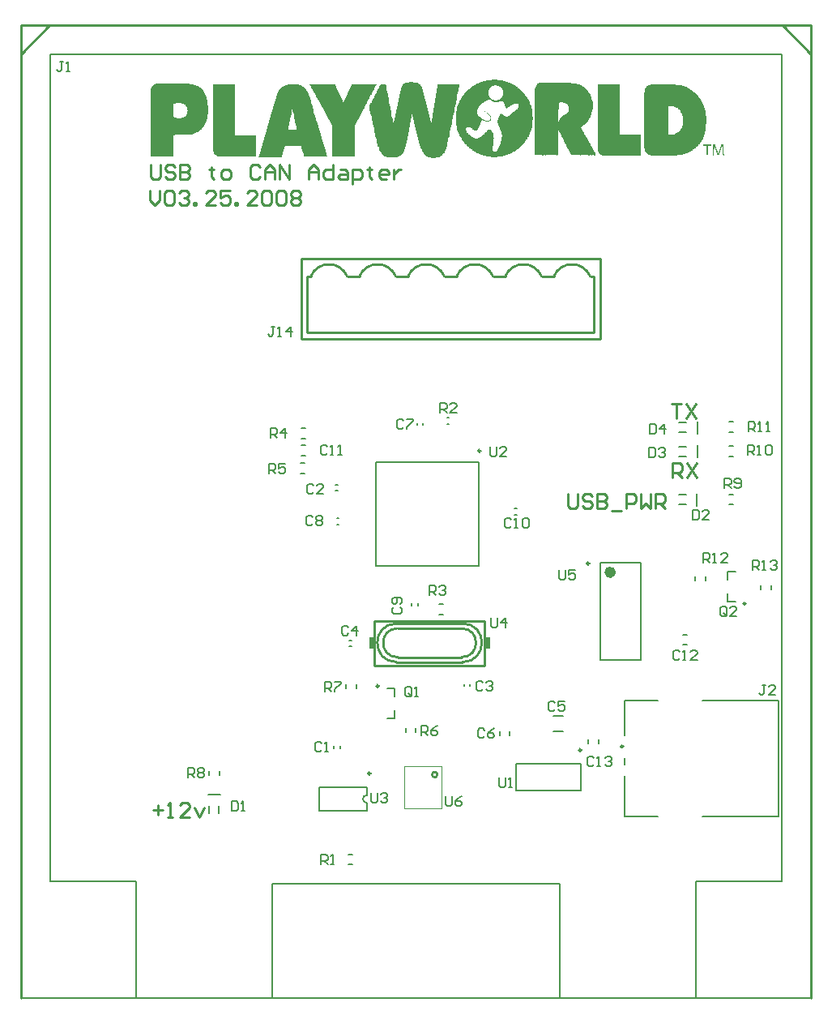
<source format=gto>
%FSLAX23Y23*%
%MOIN*%
G70*
G01*
G75*
G04 Layer_Color=65535*
%ADD10R,0.012X0.063*%
%ADD11R,0.049X0.035*%
%ADD12R,0.020X0.059*%
%ADD13R,0.047X0.024*%
%ADD14R,0.035X0.049*%
%ADD15R,0.063X0.012*%
%ADD16R,0.035X0.083*%
%ADD17R,0.130X0.083*%
%ADD18R,0.071X0.014*%
%ADD19R,0.217X0.059*%
%ADD20R,0.033X0.031*%
%ADD21R,0.031X0.033*%
%ADD22R,0.024X0.081*%
%ADD23R,0.039X0.069*%
%ADD24R,0.033X0.051*%
%ADD25R,0.051X0.033*%
%ADD26C,0.012*%
%ADD27C,0.008*%
%ADD28C,0.016*%
%ADD29C,0.006*%
%ADD30C,0.063*%
%ADD31R,0.063X0.063*%
%ADD32C,0.150*%
%ADD33R,0.100X0.100*%
%ADD34C,0.100*%
%ADD35C,0.197*%
%ADD36C,0.079*%
%ADD37C,0.032*%
%ADD38C,0.010*%
%ADD39C,0.010*%
%ADD40C,0.024*%
%ADD41C,0.008*%
%ADD42C,0.004*%
%ADD43R,0.024X0.047*%
G36*
X10899Y6543D02*
X10915D01*
Y6541D01*
X10923D01*
Y6539D01*
X10930D01*
Y6538D01*
X10935D01*
Y6536D01*
X10938D01*
Y6534D01*
X10941D01*
Y6533D01*
X10945D01*
Y6531D01*
X10946D01*
Y6529D01*
X10950D01*
Y6528D01*
X10951D01*
Y6526D01*
X10953D01*
Y6524D01*
X10955D01*
Y6523D01*
X10956D01*
Y6521D01*
X10958D01*
Y6519D01*
X10960D01*
Y6518D01*
X10961D01*
Y6516D01*
X10963D01*
Y6514D01*
X10965D01*
Y6513D01*
X10966D01*
Y6511D01*
X10968D01*
Y6508D01*
X10970D01*
Y6506D01*
X10972D01*
Y6504D01*
X10973D01*
Y6501D01*
X10975D01*
Y6497D01*
X10977D01*
Y6494D01*
X10978D01*
Y6491D01*
X10980D01*
Y6487D01*
X10982D01*
Y6482D01*
X10983D01*
Y6476D01*
X10985D01*
Y6467D01*
X10987D01*
Y6434D01*
X10985D01*
Y6425D01*
X10983D01*
Y6419D01*
X10982D01*
Y6412D01*
X10980D01*
Y6407D01*
X10978D01*
Y6404D01*
X10977D01*
Y6400D01*
X10975D01*
Y6397D01*
X10973D01*
Y6394D01*
X10972D01*
Y6390D01*
X10970D01*
Y6389D01*
X10968D01*
Y6385D01*
X10966D01*
Y6384D01*
X10965D01*
Y6382D01*
X10963D01*
Y6380D01*
X10961D01*
Y6379D01*
X10960D01*
Y6377D01*
X10958D01*
Y6375D01*
X10956D01*
Y6373D01*
X10955D01*
Y6372D01*
X10951D01*
Y6370D01*
X10950D01*
Y6368D01*
X10946D01*
Y6367D01*
X10945D01*
Y6365D01*
X10943D01*
Y6363D01*
X10941D01*
Y6360D01*
X10940D01*
Y6357D01*
X10941D01*
Y6353D01*
X10943D01*
Y6350D01*
X10945D01*
Y6348D01*
X10946D01*
Y6345D01*
X10948D01*
Y6343D01*
X10950D01*
Y6340D01*
X10951D01*
Y6337D01*
X10953D01*
Y6333D01*
X10955D01*
Y6332D01*
X10956D01*
Y6328D01*
X10958D01*
Y6325D01*
X10960D01*
Y6322D01*
X10961D01*
Y6318D01*
X10963D01*
Y6317D01*
X10965D01*
Y6313D01*
X10966D01*
Y6310D01*
X10968D01*
Y6306D01*
X10970D01*
Y6305D01*
X10972D01*
Y6301D01*
X10973D01*
Y6298D01*
X10975D01*
Y6295D01*
X10977D01*
Y6291D01*
X10978D01*
Y6290D01*
X10980D01*
Y6286D01*
X10982D01*
Y6283D01*
X10983D01*
Y6280D01*
X10985D01*
Y6276D01*
X10987D01*
Y6275D01*
X10988D01*
Y6271D01*
X10990D01*
Y6268D01*
X10992D01*
Y6265D01*
X10993D01*
Y6261D01*
X10995D01*
Y6258D01*
X10997D01*
Y6256D01*
X10998D01*
Y6253D01*
X11000D01*
Y6248D01*
X10997D01*
Y6246D01*
X10992D01*
Y6248D01*
X10985D01*
Y6246D01*
X10982D01*
Y6248D01*
X10975D01*
Y6249D01*
X10973D01*
Y6248D01*
X10975D01*
Y6246D01*
X10973D01*
Y6248D01*
X10972D01*
Y6246D01*
X10968D01*
Y6248D01*
X10966D01*
Y6249D01*
X10963D01*
Y6248D01*
X10950D01*
Y6249D01*
X10946D01*
Y6248D01*
X10940D01*
Y6246D01*
X10936D01*
Y6248D01*
X10901D01*
Y6249D01*
X10898D01*
Y6251D01*
X10896D01*
Y6255D01*
X10894D01*
Y6258D01*
X10893D01*
Y6261D01*
X10891D01*
Y6265D01*
X10889D01*
Y6268D01*
X10888D01*
Y6271D01*
X10886D01*
Y6275D01*
X10884D01*
Y6276D01*
X10883D01*
Y6280D01*
X10881D01*
Y6283D01*
X10879D01*
Y6286D01*
X10878D01*
Y6290D01*
X10876D01*
Y6293D01*
X10874D01*
Y6296D01*
X10873D01*
Y6300D01*
X10871D01*
Y6303D01*
X10869D01*
Y6306D01*
X10868D01*
Y6310D01*
X10866D01*
Y6313D01*
X10864D01*
Y6317D01*
X10863D01*
Y6320D01*
X10861D01*
Y6323D01*
X10859D01*
Y6327D01*
X10858D01*
Y6330D01*
X10856D01*
Y6333D01*
X10854D01*
Y6337D01*
X10853D01*
Y6340D01*
X10851D01*
Y6343D01*
X10849D01*
Y6347D01*
X10848D01*
Y6348D01*
X10846D01*
Y6249D01*
X10841D01*
Y6248D01*
X10842D01*
Y6246D01*
X10837D01*
Y6248D01*
X10836D01*
Y6246D01*
X10834D01*
Y6248D01*
X10832D01*
Y6246D01*
X10831D01*
Y6248D01*
X10802D01*
Y6246D01*
X10801D01*
Y6248D01*
X10796D01*
Y6246D01*
X10791D01*
Y6248D01*
X10784D01*
Y6246D01*
X10780D01*
Y6248D01*
X10749D01*
Y6249D01*
X10750D01*
Y6263D01*
X10749D01*
Y6511D01*
X10750D01*
Y6523D01*
X10752D01*
Y6529D01*
X10754D01*
Y6533D01*
X10755D01*
Y6536D01*
X10757D01*
Y6538D01*
X10759D01*
Y6539D01*
X10760D01*
Y6541D01*
X10762D01*
Y6543D01*
X10765D01*
Y6544D01*
X10899D01*
Y6543D01*
D02*
G37*
G36*
X11330Y6536D02*
X11347D01*
Y6534D01*
X11355D01*
Y6533D01*
X11360D01*
Y6531D01*
X11365D01*
Y6529D01*
X11370D01*
Y6528D01*
X11374D01*
Y6526D01*
X11377D01*
Y6524D01*
X11380D01*
Y6523D01*
X11382D01*
Y6521D01*
X11385D01*
Y6519D01*
X11387D01*
Y6518D01*
X11390D01*
Y6516D01*
X11392D01*
Y6514D01*
X11394D01*
Y6513D01*
X11397D01*
Y6511D01*
X11399D01*
Y6509D01*
X11400D01*
Y6508D01*
X11402D01*
Y6506D01*
X11406D01*
Y6504D01*
X11407D01*
Y6503D01*
X11409D01*
Y6501D01*
X11411D01*
Y6499D01*
X11412D01*
Y6497D01*
X11414D01*
Y6496D01*
X11416D01*
Y6494D01*
X11417D01*
Y6492D01*
X11419D01*
Y6491D01*
X11421D01*
Y6489D01*
X11422D01*
Y6486D01*
X11424D01*
Y6484D01*
X11426D01*
Y6482D01*
X11427D01*
Y6479D01*
X11429D01*
Y6477D01*
X11431D01*
Y6474D01*
X11432D01*
Y6472D01*
X11434D01*
Y6469D01*
X11436D01*
Y6466D01*
X11437D01*
Y6462D01*
X11439D01*
Y6459D01*
X11441D01*
Y6456D01*
X11442D01*
Y6452D01*
X11444D01*
Y6447D01*
X11446D01*
Y6442D01*
X11447D01*
Y6437D01*
X11449D01*
Y6430D01*
X11451D01*
Y6422D01*
X11452D01*
Y6407D01*
X11454D01*
Y6375D01*
X11452D01*
Y6355D01*
X11451D01*
Y6345D01*
X11449D01*
Y6337D01*
X11447D01*
Y6332D01*
X11446D01*
Y6325D01*
X11444D01*
Y6322D01*
X11442D01*
Y6317D01*
X11441D01*
Y6313D01*
X11439D01*
Y6310D01*
X11437D01*
Y6308D01*
X11436D01*
Y6305D01*
X11434D01*
Y6301D01*
X11432D01*
Y6300D01*
X11431D01*
Y6298D01*
X11429D01*
Y6295D01*
X11427D01*
Y6293D01*
X11426D01*
Y6291D01*
X11424D01*
Y6290D01*
X11422D01*
Y6288D01*
X11421D01*
Y6286D01*
X11419D01*
Y6285D01*
X11417D01*
Y6283D01*
X11416D01*
Y6281D01*
X11414D01*
Y6280D01*
X11412D01*
Y6278D01*
X11411D01*
Y6276D01*
X11407D01*
Y6275D01*
X11406D01*
Y6273D01*
X11404D01*
Y6271D01*
X11402D01*
Y6270D01*
X11399D01*
Y6268D01*
X11397D01*
Y6266D01*
X11394D01*
Y6265D01*
X11392D01*
Y6263D01*
X11389D01*
Y6261D01*
X11387D01*
Y6260D01*
X11384D01*
Y6258D01*
X11379D01*
Y6256D01*
X11375D01*
Y6255D01*
X11370D01*
Y6253D01*
X11365D01*
Y6251D01*
X11359D01*
Y6249D01*
X11344D01*
Y6248D01*
X11335D01*
Y6246D01*
X11285D01*
Y6244D01*
X11283D01*
Y6246D01*
X11225D01*
Y6248D01*
X11223D01*
Y6249D01*
X11214D01*
Y6251D01*
X11213D01*
Y6253D01*
X11211D01*
Y6255D01*
X11209D01*
Y6256D01*
X11208D01*
Y6258D01*
X11206D01*
Y6261D01*
X11204D01*
Y6263D01*
X11203D01*
Y6268D01*
X11201D01*
Y6276D01*
X11199D01*
Y6506D01*
X11201D01*
Y6516D01*
X11203D01*
Y6521D01*
X11204D01*
Y6524D01*
X11206D01*
Y6526D01*
X11208D01*
Y6529D01*
X11209D01*
Y6531D01*
X11211D01*
Y6533D01*
X11214D01*
Y6534D01*
X11218D01*
Y6536D01*
X11225D01*
Y6538D01*
X11330D01*
Y6536D01*
D02*
G37*
G36*
X11524Y6278D02*
X11526D01*
Y6251D01*
X11528D01*
Y6246D01*
X11524D01*
Y6248D01*
X11523D01*
Y6249D01*
X11521D01*
Y6283D01*
X11518D01*
Y6278D01*
X11516D01*
Y6273D01*
X11514D01*
Y6268D01*
X11513D01*
Y6263D01*
X11511D01*
Y6258D01*
X11509D01*
Y6253D01*
X11508D01*
Y6249D01*
X11504D01*
Y6248D01*
X11503D01*
Y6246D01*
X11501D01*
Y6248D01*
X11499D01*
Y6253D01*
X11498D01*
Y6258D01*
X11496D01*
Y6263D01*
X11494D01*
Y6268D01*
X11493D01*
Y6273D01*
X11491D01*
Y6278D01*
X11489D01*
Y6283D01*
X11488D01*
Y6270D01*
X11486D01*
Y6246D01*
X11483D01*
Y6248D01*
X11481D01*
Y6266D01*
X11483D01*
Y6291D01*
X11491D01*
Y6288D01*
X11493D01*
Y6283D01*
X11494D01*
Y6278D01*
X11496D01*
Y6273D01*
X11498D01*
Y6270D01*
X11499D01*
Y6265D01*
X11501D01*
Y6258D01*
X11503D01*
Y6255D01*
X11504D01*
Y6256D01*
X11506D01*
Y6263D01*
X11508D01*
Y6268D01*
X11509D01*
Y6271D01*
X11511D01*
Y6276D01*
X11513D01*
Y6281D01*
X11514D01*
Y6286D01*
X11516D01*
Y6290D01*
X11518D01*
Y6291D01*
X11524D01*
Y6278D01*
D02*
G37*
G36*
X11476Y6286D02*
X11461D01*
Y6249D01*
X11459D01*
Y6248D01*
X11457D01*
Y6249D01*
X11456D01*
Y6286D01*
X11442D01*
Y6291D01*
X11476D01*
Y6286D01*
D02*
G37*
G36*
X11099Y6499D02*
X11097D01*
Y6332D01*
X11099D01*
Y6330D01*
X11184D01*
Y6244D01*
X11183D01*
Y6246D01*
X11181D01*
Y6244D01*
X11179D01*
Y6246D01*
X11178D01*
Y6244D01*
X11161D01*
Y6246D01*
X11159D01*
Y6244D01*
X11152D01*
Y6246D01*
X11151D01*
Y6244D01*
X11042D01*
Y6246D01*
X11039D01*
Y6244D01*
X11035D01*
Y6243D01*
X11034D01*
Y6246D01*
X11032D01*
Y6244D01*
X11030D01*
Y6246D01*
X11025D01*
Y6248D01*
X11023D01*
Y6249D01*
X11018D01*
Y6251D01*
X11017D01*
Y6253D01*
X11015D01*
Y6255D01*
X11013D01*
Y6258D01*
X11012D01*
Y6260D01*
X11010D01*
Y6265D01*
X11008D01*
Y6539D01*
X11099D01*
Y6499D01*
D02*
G37*
G36*
X9514Y6328D02*
X9602D01*
Y6241D01*
X9445D01*
Y6243D01*
X9442D01*
Y6244D01*
X9438D01*
Y6246D01*
X9437D01*
Y6248D01*
X9435D01*
Y6249D01*
X9433D01*
Y6251D01*
X9432D01*
Y6253D01*
X9430D01*
Y6256D01*
X9428D01*
Y6260D01*
X9426D01*
Y6265D01*
X9425D01*
Y6538D01*
X9514D01*
Y6328D01*
D02*
G37*
G36*
X9308Y6541D02*
X9328D01*
Y6539D01*
X9339D01*
Y6538D01*
X9346D01*
Y6536D01*
X9351D01*
Y6534D01*
X9356D01*
Y6533D01*
X9361D01*
Y6531D01*
X9364D01*
Y6529D01*
X9366D01*
Y6528D01*
X9370D01*
Y6526D01*
X9371D01*
Y6524D01*
X9375D01*
Y6523D01*
X9376D01*
Y6521D01*
X9378D01*
Y6519D01*
X9380D01*
Y6518D01*
X9381D01*
Y6516D01*
X9383D01*
Y6514D01*
X9385D01*
Y6511D01*
X9386D01*
Y6509D01*
X9388D01*
Y6506D01*
X9390D01*
Y6503D01*
X9391D01*
Y6499D01*
X9393D01*
Y6496D01*
X9395D01*
Y6492D01*
X9396D01*
Y6487D01*
X9398D01*
Y6481D01*
X9400D01*
Y6474D01*
X9401D01*
Y6466D01*
X9403D01*
Y6451D01*
X9405D01*
Y6414D01*
X9403D01*
Y6402D01*
X9401D01*
Y6395D01*
X9400D01*
Y6389D01*
X9398D01*
Y6384D01*
X9396D01*
Y6380D01*
X9395D01*
Y6377D01*
X9393D01*
Y6373D01*
X9391D01*
Y6370D01*
X9390D01*
Y6368D01*
X9388D01*
Y6365D01*
X9386D01*
Y6363D01*
X9385D01*
Y6362D01*
X9383D01*
Y6360D01*
X9381D01*
Y6357D01*
X9380D01*
Y6355D01*
X9378D01*
Y6353D01*
X9376D01*
Y6352D01*
X9375D01*
Y6350D01*
X9371D01*
Y6348D01*
X9370D01*
Y6347D01*
X9368D01*
Y6345D01*
X9366D01*
Y6343D01*
X9363D01*
Y6342D01*
X9359D01*
Y6340D01*
X9356D01*
Y6338D01*
X9353D01*
Y6337D01*
X9348D01*
Y6335D01*
X9343D01*
Y6333D01*
X9334D01*
Y6332D01*
X9321D01*
Y6330D01*
X9267D01*
Y6328D01*
X9261D01*
Y6241D01*
X9167D01*
Y6504D01*
X9168D01*
Y6516D01*
X9170D01*
Y6523D01*
X9172D01*
Y6526D01*
X9173D01*
Y6529D01*
X9175D01*
Y6531D01*
X9177D01*
Y6534D01*
X9180D01*
Y6536D01*
X9182D01*
Y6538D01*
X9184D01*
Y6539D01*
X9187D01*
Y6541D01*
X9194D01*
Y6543D01*
X9308D01*
Y6541D01*
D02*
G37*
G36*
X10594Y6556D02*
X10608D01*
Y6554D01*
X10618D01*
Y6553D01*
X10625D01*
Y6551D01*
X10630D01*
Y6549D01*
X10635D01*
Y6548D01*
X10640D01*
Y6546D01*
X10643D01*
Y6544D01*
X10648D01*
Y6543D01*
X10651D01*
Y6541D01*
X10655D01*
Y6539D01*
X10658D01*
Y6538D01*
X10661D01*
Y6536D01*
X10663D01*
Y6534D01*
X10667D01*
Y6533D01*
X10670D01*
Y6531D01*
X10672D01*
Y6529D01*
X10673D01*
Y6528D01*
X10677D01*
Y6526D01*
X10678D01*
Y6524D01*
X10680D01*
Y6523D01*
X10683D01*
Y6521D01*
X10685D01*
Y6519D01*
X10687D01*
Y6518D01*
X10688D01*
Y6516D01*
X10690D01*
Y6514D01*
X10692D01*
Y6513D01*
X10693D01*
Y6511D01*
X10695D01*
Y6509D01*
X10697D01*
Y6508D01*
X10698D01*
Y6506D01*
X10700D01*
Y6504D01*
X10702D01*
Y6503D01*
X10703D01*
Y6501D01*
X10705D01*
Y6499D01*
X10707D01*
Y6496D01*
X10708D01*
Y6494D01*
X10710D01*
Y6492D01*
X10712D01*
Y6489D01*
X10713D01*
Y6487D01*
X10715D01*
Y6484D01*
X10717D01*
Y6482D01*
X10718D01*
Y6479D01*
X10720D01*
Y6477D01*
X10722D01*
Y6474D01*
X10724D01*
Y6471D01*
X10725D01*
Y6467D01*
X10727D01*
Y6464D01*
X10729D01*
Y6459D01*
X10730D01*
Y6456D01*
X10732D01*
Y6451D01*
X10734D01*
Y6446D01*
X10735D01*
Y6439D01*
X10737D01*
Y6432D01*
X10739D01*
Y6424D01*
X10740D01*
Y6405D01*
X10742D01*
Y6392D01*
X10740D01*
Y6373D01*
X10739D01*
Y6365D01*
X10737D01*
Y6358D01*
X10735D01*
Y6352D01*
X10734D01*
Y6347D01*
X10732D01*
Y6342D01*
X10730D01*
Y6338D01*
X10729D01*
Y6333D01*
X10727D01*
Y6330D01*
X10725D01*
Y6327D01*
X10724D01*
Y6323D01*
X10722D01*
Y6320D01*
X10720D01*
Y6318D01*
X10718D01*
Y6315D01*
X10717D01*
Y6311D01*
X10715D01*
Y6310D01*
X10713D01*
Y6308D01*
X10712D01*
Y6305D01*
X10710D01*
Y6303D01*
X10708D01*
Y6300D01*
X10707D01*
Y6298D01*
X10705D01*
Y6296D01*
X10703D01*
Y6295D01*
X10702D01*
Y6293D01*
X10700D01*
Y6291D01*
X10698D01*
Y6290D01*
X10697D01*
Y6288D01*
X10695D01*
Y6286D01*
X10693D01*
Y6285D01*
X10692D01*
Y6283D01*
X10690D01*
Y6281D01*
X10688D01*
Y6280D01*
X10687D01*
Y6278D01*
X10685D01*
Y6276D01*
X10683D01*
Y6275D01*
X10682D01*
Y6273D01*
X10678D01*
Y6271D01*
X10677D01*
Y6270D01*
X10675D01*
Y6268D01*
X10672D01*
Y6266D01*
X10670D01*
Y6265D01*
X10667D01*
Y6263D01*
X10663D01*
Y6261D01*
X10661D01*
Y6260D01*
X10658D01*
Y6258D01*
X10655D01*
Y6256D01*
X10651D01*
Y6255D01*
X10648D01*
Y6253D01*
X10645D01*
Y6251D01*
X10640D01*
Y6249D01*
X10626D01*
Y6248D01*
X10628D01*
Y6246D01*
X10623D01*
Y6244D01*
X10621D01*
Y6246D01*
X10620D01*
Y6244D01*
X10618D01*
Y6243D01*
X10616D01*
Y6244D01*
X10615D01*
Y6243D01*
X10610D01*
Y6241D01*
X10596D01*
Y6239D01*
X10569D01*
Y6241D01*
X10556D01*
Y6243D01*
X10548D01*
Y6244D01*
X10539D01*
Y6246D01*
X10534D01*
Y6248D01*
X10529D01*
Y6249D01*
X10524D01*
Y6251D01*
X10521D01*
Y6253D01*
X10517D01*
Y6255D01*
X10512D01*
Y6256D01*
X10509D01*
Y6258D01*
X10506D01*
Y6260D01*
X10504D01*
Y6261D01*
X10501D01*
Y6263D01*
X10497D01*
Y6265D01*
X10496D01*
Y6266D01*
X10492D01*
Y6268D01*
X10491D01*
Y6270D01*
X10487D01*
Y6271D01*
X10486D01*
Y6273D01*
X10484D01*
Y6275D01*
X10482D01*
Y6276D01*
X10479D01*
Y6278D01*
X10477D01*
Y6280D01*
X10475D01*
Y6281D01*
X10474D01*
Y6283D01*
X10472D01*
Y6285D01*
X10470D01*
Y6286D01*
X10469D01*
Y6288D01*
X10467D01*
Y6290D01*
X10465D01*
Y6291D01*
X10464D01*
Y6293D01*
X10462D01*
Y6295D01*
X10460D01*
Y6298D01*
X10459D01*
Y6300D01*
X10457D01*
Y6301D01*
X10455D01*
Y6303D01*
X10454D01*
Y6306D01*
X10452D01*
Y6308D01*
X10450D01*
Y6311D01*
X10449D01*
Y6313D01*
X10447D01*
Y6317D01*
X10445D01*
Y6318D01*
X10444D01*
Y6322D01*
X10442D01*
Y6325D01*
X10440D01*
Y6328D01*
X10439D01*
Y6332D01*
X10437D01*
Y6335D01*
X10435D01*
Y6340D01*
X10434D01*
Y6343D01*
X10432D01*
Y6348D01*
X10430D01*
Y6355D01*
X10429D01*
Y6360D01*
X10427D01*
Y6368D01*
X10425D01*
Y6380D01*
X10424D01*
Y6417D01*
X10425D01*
Y6429D01*
X10427D01*
Y6437D01*
X10429D01*
Y6442D01*
X10430D01*
Y6449D01*
X10432D01*
Y6454D01*
X10434D01*
Y6457D01*
X10435D01*
Y6462D01*
X10437D01*
Y6466D01*
X10439D01*
Y6469D01*
X10440D01*
Y6472D01*
X10442D01*
Y6476D01*
X10444D01*
Y6479D01*
X10445D01*
Y6481D01*
X10447D01*
Y6484D01*
X10449D01*
Y6486D01*
X10450D01*
Y6489D01*
X10452D01*
Y6491D01*
X10454D01*
Y6494D01*
X10455D01*
Y6496D01*
X10457D01*
Y6497D01*
X10459D01*
Y6499D01*
X10460D01*
Y6503D01*
X10462D01*
Y6504D01*
X10464D01*
Y6506D01*
X10465D01*
Y6508D01*
X10467D01*
Y6509D01*
X10469D01*
Y6511D01*
X10470D01*
Y6513D01*
X10472D01*
Y6514D01*
X10474D01*
Y6516D01*
X10475D01*
Y6518D01*
X10477D01*
Y6519D01*
X10481D01*
Y6521D01*
X10482D01*
Y6523D01*
X10484D01*
Y6524D01*
X10486D01*
Y6526D01*
X10489D01*
Y6528D01*
X10491D01*
Y6529D01*
X10492D01*
Y6531D01*
X10496D01*
Y6533D01*
X10497D01*
Y6534D01*
X10501D01*
Y6536D01*
X10504D01*
Y6538D01*
X10507D01*
Y6539D01*
X10509D01*
Y6541D01*
X10512D01*
Y6543D01*
X10517D01*
Y6544D01*
X10521D01*
Y6546D01*
X10524D01*
Y6548D01*
X10529D01*
Y6549D01*
X10534D01*
Y6551D01*
X10541D01*
Y6553D01*
X10548D01*
Y6554D01*
X10556D01*
Y6556D01*
X10571D01*
Y6558D01*
X10594D01*
Y6556D01*
D02*
G37*
G36*
X9773Y6538D02*
X9780D01*
Y6536D01*
X9785D01*
Y6534D01*
X9788D01*
Y6533D01*
X9792D01*
Y6531D01*
X9793D01*
Y6529D01*
X9795D01*
Y6528D01*
X9798D01*
Y6526D01*
X9800D01*
Y6524D01*
X9802D01*
Y6523D01*
X9804D01*
Y6521D01*
X9805D01*
Y6518D01*
X9807D01*
Y6516D01*
X9809D01*
Y6514D01*
X9810D01*
Y6511D01*
X9812D01*
Y6509D01*
X9814D01*
Y6506D01*
X9815D01*
Y6503D01*
X9817D01*
Y6499D01*
X9819D01*
Y6494D01*
X9820D01*
Y6491D01*
X9822D01*
Y6486D01*
X9824D01*
Y6481D01*
X9825D01*
Y6476D01*
X9827D01*
Y6471D01*
X9829D01*
Y6464D01*
X9830D01*
Y6457D01*
X9832D01*
Y6451D01*
X9834D01*
Y6444D01*
X9835D01*
Y6437D01*
X9837D01*
Y6430D01*
X9839D01*
Y6425D01*
X9840D01*
Y6419D01*
X9842D01*
Y6412D01*
X9844D01*
Y6407D01*
X9845D01*
Y6402D01*
X9847D01*
Y6395D01*
X9849D01*
Y6392D01*
X9850D01*
Y6387D01*
X9852D01*
Y6380D01*
X9854D01*
Y6375D01*
X9855D01*
Y6370D01*
X9857D01*
Y6363D01*
X9859D01*
Y6358D01*
X9861D01*
Y6353D01*
X9862D01*
Y6347D01*
X9864D01*
Y6342D01*
X9866D01*
Y6337D01*
X9867D01*
Y6330D01*
X9869D01*
Y6325D01*
X9871D01*
Y6320D01*
X9872D01*
Y6313D01*
X9874D01*
Y6308D01*
X9876D01*
Y6303D01*
X9877D01*
Y6296D01*
X9879D01*
Y6291D01*
X9881D01*
Y6286D01*
X9882D01*
Y6280D01*
X9884D01*
Y6275D01*
X9886D01*
Y6270D01*
X9887D01*
Y6263D01*
X9889D01*
Y6258D01*
X9891D01*
Y6253D01*
X9892D01*
Y6246D01*
X9894D01*
Y6241D01*
X9800D01*
Y6243D01*
X9798D01*
Y6249D01*
X9797D01*
Y6255D01*
X9795D01*
Y6260D01*
X9793D01*
Y6265D01*
X9792D01*
Y6270D01*
X9790D01*
Y6275D01*
X9788D01*
Y6280D01*
X9787D01*
Y6285D01*
X9785D01*
Y6286D01*
X9723D01*
Y6285D01*
X9721D01*
Y6280D01*
X9720D01*
Y6275D01*
X9718D01*
Y6270D01*
X9716D01*
Y6265D01*
X9715D01*
Y6260D01*
X9713D01*
Y6255D01*
X9711D01*
Y6248D01*
X9710D01*
Y6243D01*
X9708D01*
Y6239D01*
X9612D01*
Y6241D01*
X9614D01*
Y6246D01*
X9616D01*
Y6253D01*
X9618D01*
Y6258D01*
X9619D01*
Y6263D01*
X9621D01*
Y6270D01*
X9623D01*
Y6275D01*
X9624D01*
Y6280D01*
X9626D01*
Y6286D01*
X9628D01*
Y6291D01*
X9629D01*
Y6298D01*
X9631D01*
Y6303D01*
X9633D01*
Y6308D01*
X9634D01*
Y6315D01*
X9636D01*
Y6320D01*
X9638D01*
Y6325D01*
X9639D01*
Y6332D01*
X9641D01*
Y6337D01*
X9643D01*
Y6343D01*
X9644D01*
Y6348D01*
X9646D01*
Y6355D01*
X9648D01*
Y6360D01*
X9649D01*
Y6367D01*
X9651D01*
Y6372D01*
X9653D01*
Y6379D01*
X9654D01*
Y6384D01*
X9656D01*
Y6390D01*
X9658D01*
Y6395D01*
X9659D01*
Y6402D01*
X9661D01*
Y6407D01*
X9663D01*
Y6414D01*
X9664D01*
Y6419D01*
X9666D01*
Y6424D01*
X9668D01*
Y6430D01*
X9669D01*
Y6435D01*
X9671D01*
Y6441D01*
X9673D01*
Y6447D01*
X9674D01*
Y6452D01*
X9676D01*
Y6457D01*
X9678D01*
Y6464D01*
X9680D01*
Y6469D01*
X9681D01*
Y6474D01*
X9683D01*
Y6479D01*
X9685D01*
Y6486D01*
X9686D01*
Y6491D01*
X9688D01*
Y6496D01*
X9690D01*
Y6501D01*
X9691D01*
Y6506D01*
X9693D01*
Y6509D01*
X9695D01*
Y6513D01*
X9696D01*
Y6514D01*
X9698D01*
Y6516D01*
X9700D01*
Y6518D01*
X9701D01*
Y6519D01*
X9703D01*
Y6521D01*
X9705D01*
Y6523D01*
X9706D01*
Y6524D01*
X9708D01*
Y6526D01*
X9710D01*
Y6528D01*
X9713D01*
Y6529D01*
X9715D01*
Y6531D01*
X9718D01*
Y6533D01*
X9721D01*
Y6534D01*
X9726D01*
Y6536D01*
X9731D01*
Y6538D01*
X9738D01*
Y6539D01*
X9773D01*
Y6538D01*
D02*
G37*
G36*
X10249Y6546D02*
X10263D01*
Y6544D01*
X10268D01*
Y6543D01*
X10271D01*
Y6541D01*
X10273D01*
Y6539D01*
X10276D01*
Y6538D01*
X10278D01*
Y6536D01*
X10279D01*
Y6533D01*
X10281D01*
Y6531D01*
X10283D01*
Y6528D01*
X10284D01*
Y6524D01*
X10286D01*
Y6518D01*
X10288D01*
Y6511D01*
X10289D01*
Y6506D01*
X10291D01*
Y6499D01*
X10293D01*
Y6492D01*
X10295D01*
Y6486D01*
X10296D01*
Y6479D01*
X10298D01*
Y6472D01*
X10300D01*
Y6467D01*
X10301D01*
Y6461D01*
X10303D01*
Y6454D01*
X10305D01*
Y6447D01*
X10306D01*
Y6441D01*
X10308D01*
Y6434D01*
X10310D01*
Y6429D01*
X10311D01*
Y6422D01*
X10313D01*
Y6415D01*
X10315D01*
Y6409D01*
X10316D01*
Y6402D01*
X10318D01*
Y6397D01*
X10320D01*
Y6389D01*
X10321D01*
Y6384D01*
X10323D01*
Y6380D01*
X10325D01*
Y6389D01*
X10326D01*
Y6399D01*
X10328D01*
Y6409D01*
X10330D01*
Y6420D01*
X10331D01*
Y6430D01*
X10333D01*
Y6441D01*
X10335D01*
Y6452D01*
X10336D01*
Y6462D01*
X10338D01*
Y6472D01*
X10340D01*
Y6482D01*
X10341D01*
Y6492D01*
X10343D01*
Y6503D01*
X10345D01*
Y6513D01*
X10346D01*
Y6523D01*
X10348D01*
Y6533D01*
X10350D01*
Y6539D01*
X10439D01*
Y6533D01*
X10437D01*
Y6524D01*
X10435D01*
Y6516D01*
X10434D01*
Y6508D01*
X10432D01*
Y6497D01*
X10430D01*
Y6489D01*
X10429D01*
Y6481D01*
X10427D01*
Y6472D01*
X10425D01*
Y6464D01*
X10424D01*
Y6454D01*
X10422D01*
Y6446D01*
X10420D01*
Y6437D01*
X10419D01*
Y6429D01*
X10417D01*
Y6420D01*
X10415D01*
Y6412D01*
X10413D01*
Y6404D01*
X10412D01*
Y6395D01*
X10410D01*
Y6387D01*
X10408D01*
Y6379D01*
X10407D01*
Y6370D01*
X10405D01*
Y6362D01*
X10403D01*
Y6355D01*
X10402D01*
Y6347D01*
X10400D01*
Y6338D01*
X10398D01*
Y6332D01*
X10397D01*
Y6323D01*
X10395D01*
Y6317D01*
X10393D01*
Y6308D01*
X10392D01*
Y6301D01*
X10390D01*
Y6295D01*
X10388D01*
Y6286D01*
X10387D01*
Y6280D01*
X10385D01*
Y6273D01*
X10383D01*
Y6268D01*
X10382D01*
Y6265D01*
X10380D01*
Y6261D01*
X10378D01*
Y6260D01*
X10377D01*
Y6256D01*
X10375D01*
Y6255D01*
X10373D01*
Y6253D01*
X10372D01*
Y6251D01*
X10370D01*
Y6249D01*
X10368D01*
Y6248D01*
X10367D01*
Y6246D01*
X10365D01*
Y6244D01*
X10362D01*
Y6243D01*
X10360D01*
Y6241D01*
X10357D01*
Y6239D01*
X10351D01*
Y6238D01*
X10343D01*
Y6236D01*
X10321D01*
Y6238D01*
X10315D01*
Y6239D01*
X10310D01*
Y6241D01*
X10306D01*
Y6243D01*
X10303D01*
Y6244D01*
X10301D01*
Y6246D01*
X10298D01*
Y6248D01*
X10296D01*
Y6249D01*
X10295D01*
Y6253D01*
X10293D01*
Y6255D01*
X10291D01*
Y6258D01*
X10289D01*
Y6260D01*
X10288D01*
Y6263D01*
X10286D01*
Y6266D01*
X10284D01*
Y6270D01*
X10283D01*
Y6273D01*
X10281D01*
Y6276D01*
X10279D01*
Y6281D01*
X10278D01*
Y6286D01*
X10276D01*
Y6291D01*
X10274D01*
Y6296D01*
X10273D01*
Y6301D01*
X10271D01*
Y6308D01*
X10269D01*
Y6313D01*
X10268D01*
Y6320D01*
X10266D01*
Y6328D01*
X10264D01*
Y6335D01*
X10263D01*
Y6342D01*
X10261D01*
Y6348D01*
X10259D01*
Y6355D01*
X10258D01*
Y6363D01*
X10256D01*
Y6368D01*
X10254D01*
Y6375D01*
X10253D01*
Y6382D01*
X10251D01*
Y6390D01*
X10249D01*
Y6399D01*
X10248D01*
Y6405D01*
X10246D01*
Y6412D01*
X10244D01*
Y6415D01*
X10243D01*
Y6409D01*
X10241D01*
Y6399D01*
X10239D01*
Y6389D01*
X10238D01*
Y6380D01*
X10236D01*
Y6370D01*
X10234D01*
Y6360D01*
X10233D01*
Y6350D01*
X10231D01*
Y6342D01*
X10229D01*
Y6333D01*
X10227D01*
Y6325D01*
X10226D01*
Y6317D01*
X10224D01*
Y6308D01*
X10222D01*
Y6301D01*
X10221D01*
Y6295D01*
X10219D01*
Y6288D01*
X10217D01*
Y6281D01*
X10216D01*
Y6275D01*
X10214D01*
Y6270D01*
X10212D01*
Y6265D01*
X10211D01*
Y6261D01*
X10209D01*
Y6260D01*
X10207D01*
Y6256D01*
X10206D01*
Y6255D01*
X10204D01*
Y6253D01*
X10202D01*
Y6251D01*
X10201D01*
Y6249D01*
X10199D01*
Y6248D01*
X10197D01*
Y6246D01*
X10194D01*
Y6244D01*
X10192D01*
Y6243D01*
X10187D01*
Y6241D01*
X10184D01*
Y6239D01*
X10176D01*
Y6238D01*
X10142D01*
Y6239D01*
X10137D01*
Y6241D01*
X10134D01*
Y6243D01*
X10130D01*
Y6244D01*
X10129D01*
Y6246D01*
X10125D01*
Y6248D01*
X10124D01*
Y6249D01*
X10122D01*
Y6251D01*
X10120D01*
Y6253D01*
X10119D01*
Y6255D01*
X10117D01*
Y6258D01*
X10115D01*
Y6260D01*
X10114D01*
Y6263D01*
X10112D01*
Y6266D01*
X10110D01*
Y6270D01*
X10109D01*
Y6275D01*
X10107D01*
Y6280D01*
X10105D01*
Y6283D01*
X10103D01*
Y6290D01*
X10102D01*
Y6295D01*
X10100D01*
Y6301D01*
X10098D01*
Y6308D01*
X10097D01*
Y6315D01*
X10095D01*
Y6323D01*
X10093D01*
Y6330D01*
X10092D01*
Y6338D01*
X10090D01*
Y6347D01*
X10088D01*
Y6355D01*
X10087D01*
Y6363D01*
X10085D01*
Y6372D01*
X10083D01*
Y6380D01*
X10082D01*
Y6387D01*
X10080D01*
Y6394D01*
X10078D01*
Y6400D01*
X10077D01*
Y6407D01*
X10075D01*
Y6415D01*
X10073D01*
Y6422D01*
X10072D01*
Y6429D01*
X10070D01*
Y6435D01*
X10068D01*
Y6442D01*
X10067D01*
Y6447D01*
X10068D01*
Y6451D01*
X10070D01*
Y6454D01*
X10072D01*
Y6457D01*
X10073D01*
Y6461D01*
X10075D01*
Y6462D01*
X10077D01*
Y6466D01*
X10078D01*
Y6469D01*
X10080D01*
Y6472D01*
X10082D01*
Y6476D01*
X10083D01*
Y6479D01*
X10085D01*
Y6482D01*
X10087D01*
Y6486D01*
X10088D01*
Y6489D01*
X10090D01*
Y6492D01*
X10092D01*
Y6496D01*
X10093D01*
Y6499D01*
X10095D01*
Y6503D01*
X10097D01*
Y6506D01*
X10098D01*
Y6509D01*
X10100D01*
Y6513D01*
X10102D01*
Y6514D01*
X10103D01*
Y6518D01*
X10105D01*
Y6521D01*
X10107D01*
Y6524D01*
X10109D01*
Y6528D01*
X10110D01*
Y6531D01*
X10112D01*
Y6534D01*
X10114D01*
Y6538D01*
X10115D01*
Y6539D01*
X10135D01*
Y6536D01*
X10137D01*
Y6528D01*
X10139D01*
Y6519D01*
X10140D01*
Y6511D01*
X10142D01*
Y6503D01*
X10144D01*
Y6494D01*
X10145D01*
Y6486D01*
X10147D01*
Y6476D01*
X10149D01*
Y6467D01*
X10150D01*
Y6459D01*
X10152D01*
Y6449D01*
X10154D01*
Y6441D01*
X10155D01*
Y6432D01*
X10157D01*
Y6422D01*
X10159D01*
Y6414D01*
X10160D01*
Y6405D01*
X10162D01*
Y6397D01*
X10164D01*
Y6389D01*
X10165D01*
Y6380D01*
X10167D01*
Y6379D01*
X10169D01*
Y6387D01*
X10171D01*
Y6395D01*
X10172D01*
Y6402D01*
X10174D01*
Y6410D01*
X10176D01*
Y6419D01*
X10177D01*
Y6425D01*
X10179D01*
Y6434D01*
X10181D01*
Y6442D01*
X10182D01*
Y6449D01*
X10184D01*
Y6457D01*
X10186D01*
Y6466D01*
X10187D01*
Y6472D01*
X10189D01*
Y6481D01*
X10191D01*
Y6489D01*
X10192D01*
Y6497D01*
X10194D01*
Y6504D01*
X10196D01*
Y6513D01*
X10197D01*
Y6519D01*
X10199D01*
Y6524D01*
X10201D01*
Y6529D01*
X10202D01*
Y6533D01*
X10204D01*
Y6534D01*
X10206D01*
Y6538D01*
X10207D01*
Y6539D01*
X10209D01*
Y6541D01*
X10212D01*
Y6543D01*
X10216D01*
Y6544D01*
X10219D01*
Y6546D01*
X10233D01*
Y6548D01*
X10249D01*
Y6546D01*
D02*
G37*
G36*
X10097Y6536D02*
X10095D01*
Y6533D01*
X10093D01*
Y6529D01*
X10092D01*
Y6526D01*
X10090D01*
Y6523D01*
X10088D01*
Y6519D01*
X10087D01*
Y6516D01*
X10085D01*
Y6513D01*
X10083D01*
Y6509D01*
X10082D01*
Y6506D01*
X10080D01*
Y6503D01*
X10078D01*
Y6499D01*
X10077D01*
Y6496D01*
X10075D01*
Y6494D01*
X10073D01*
Y6491D01*
X10072D01*
Y6487D01*
X10070D01*
Y6484D01*
X10068D01*
Y6481D01*
X10067D01*
Y6477D01*
X10065D01*
Y6474D01*
X10063D01*
Y6471D01*
X10062D01*
Y6467D01*
X10060D01*
Y6464D01*
X10058D01*
Y6461D01*
X10057D01*
Y6457D01*
X10055D01*
Y6454D01*
X10053D01*
Y6451D01*
X10052D01*
Y6447D01*
X10050D01*
Y6444D01*
X10048D01*
Y6442D01*
X10047D01*
Y6439D01*
X10045D01*
Y6435D01*
X10043D01*
Y6432D01*
X10041D01*
Y6429D01*
X10040D01*
Y6425D01*
X10038D01*
Y6422D01*
X10036D01*
Y6419D01*
X10035D01*
Y6415D01*
X10033D01*
Y6412D01*
X10031D01*
Y6409D01*
X10030D01*
Y6405D01*
X10028D01*
Y6402D01*
X10026D01*
Y6399D01*
X10025D01*
Y6395D01*
X10023D01*
Y6392D01*
X10021D01*
Y6390D01*
X10020D01*
Y6387D01*
X10018D01*
Y6384D01*
X10016D01*
Y6380D01*
X10015D01*
Y6377D01*
X10013D01*
Y6373D01*
X10011D01*
Y6370D01*
X10010D01*
Y6367D01*
X10008D01*
Y6241D01*
X9916D01*
Y6367D01*
X9914D01*
Y6370D01*
X9912D01*
Y6373D01*
X9911D01*
Y6377D01*
X9909D01*
Y6380D01*
X9907D01*
Y6384D01*
X9906D01*
Y6387D01*
X9904D01*
Y6390D01*
X9902D01*
Y6392D01*
X9901D01*
Y6395D01*
X9899D01*
Y6399D01*
X9897D01*
Y6402D01*
X9896D01*
Y6405D01*
X9894D01*
Y6409D01*
X9892D01*
Y6412D01*
X9891D01*
Y6415D01*
X9889D01*
Y6419D01*
X9887D01*
Y6420D01*
X9886D01*
Y6424D01*
X9884D01*
Y6427D01*
X9882D01*
Y6430D01*
X9881D01*
Y6434D01*
X9879D01*
Y6437D01*
X9877D01*
Y6441D01*
X9876D01*
Y6442D01*
X9874D01*
Y6446D01*
X9872D01*
Y6449D01*
X9871D01*
Y6452D01*
X9869D01*
Y6456D01*
X9867D01*
Y6457D01*
X9866D01*
Y6461D01*
X9864D01*
Y6464D01*
X9862D01*
Y6467D01*
X9861D01*
Y6471D01*
X9859D01*
Y6474D01*
X9857D01*
Y6476D01*
X9855D01*
Y6479D01*
X9854D01*
Y6482D01*
X9852D01*
Y6486D01*
X9850D01*
Y6489D01*
X9849D01*
Y6491D01*
X9847D01*
Y6494D01*
X9845D01*
Y6497D01*
X9844D01*
Y6501D01*
X9842D01*
Y6504D01*
X9840D01*
Y6506D01*
X9839D01*
Y6509D01*
X9837D01*
Y6513D01*
X9835D01*
Y6516D01*
X9834D01*
Y6519D01*
X9832D01*
Y6521D01*
X9830D01*
Y6524D01*
X9829D01*
Y6528D01*
X9827D01*
Y6531D01*
X9825D01*
Y6533D01*
X9824D01*
Y6536D01*
X9822D01*
Y6539D01*
X9926D01*
Y6538D01*
X9928D01*
Y6534D01*
X9929D01*
Y6531D01*
X9931D01*
Y6528D01*
X9933D01*
Y6523D01*
X9934D01*
Y6519D01*
X9936D01*
Y6516D01*
X9938D01*
Y6513D01*
X9939D01*
Y6509D01*
X9941D01*
Y6506D01*
X9943D01*
Y6503D01*
X9944D01*
Y6499D01*
X9946D01*
Y6494D01*
X9948D01*
Y6491D01*
X9949D01*
Y6487D01*
X9951D01*
Y6484D01*
X9953D01*
Y6481D01*
X9954D01*
Y6477D01*
X9956D01*
Y6474D01*
X9958D01*
Y6471D01*
X9959D01*
Y6466D01*
X9961D01*
Y6464D01*
X9963D01*
Y6467D01*
X9964D01*
Y6471D01*
X9966D01*
Y6474D01*
X9968D01*
Y6477D01*
X9969D01*
Y6482D01*
X9971D01*
Y6486D01*
X9973D01*
Y6489D01*
X9974D01*
Y6492D01*
X9976D01*
Y6496D01*
X9978D01*
Y6501D01*
X9979D01*
Y6504D01*
X9981D01*
Y6508D01*
X9983D01*
Y6511D01*
X9985D01*
Y6514D01*
X9986D01*
Y6519D01*
X9988D01*
Y6523D01*
X9990D01*
Y6526D01*
X9991D01*
Y6529D01*
X9993D01*
Y6533D01*
X9995D01*
Y6536D01*
X9996D01*
Y6539D01*
X10097D01*
Y6536D01*
D02*
G37*
%LPC*%
G36*
X10564Y6476D02*
X10558D01*
Y6474D01*
X10554D01*
Y6472D01*
X10551D01*
Y6471D01*
X10549D01*
Y6469D01*
X10546D01*
Y6467D01*
X10543D01*
Y6466D01*
X10541D01*
Y6464D01*
X10537D01*
Y6462D01*
X10536D01*
Y6461D01*
X10532D01*
Y6459D01*
X10531D01*
Y6457D01*
X10529D01*
Y6456D01*
X10527D01*
Y6454D01*
X10526D01*
Y6452D01*
X10522D01*
Y6451D01*
Y6449D01*
X10521D01*
Y6447D01*
X10519D01*
Y6446D01*
X10517D01*
Y6444D01*
Y6442D01*
X10516D01*
Y6441D01*
X10514D01*
Y6439D01*
Y6437D01*
Y6435D01*
X10512D01*
Y6434D01*
Y6432D01*
Y6430D01*
X10511D01*
Y6429D01*
Y6427D01*
Y6425D01*
Y6424D01*
Y6422D01*
Y6420D01*
Y6419D01*
X10512D01*
Y6417D01*
Y6415D01*
Y6414D01*
X10514D01*
Y6412D01*
X10516D01*
Y6410D01*
Y6409D01*
X10517D01*
Y6407D01*
X10519D01*
Y6405D01*
X10521D01*
Y6404D01*
X10524D01*
Y6402D01*
X10526D01*
Y6400D01*
X10527D01*
Y6399D01*
X10531D01*
Y6397D01*
X10532D01*
Y6395D01*
X10536D01*
Y6394D01*
X10539D01*
Y6392D01*
X10543D01*
Y6390D01*
X10546D01*
Y6389D01*
X10553D01*
Y6387D01*
X10559D01*
Y6389D01*
X10563D01*
Y6390D01*
X10564D01*
Y6392D01*
X10566D01*
Y6394D01*
Y6395D01*
Y6397D01*
X10568D01*
Y6399D01*
Y6400D01*
X10566D01*
Y6402D01*
Y6404D01*
X10564D01*
Y6405D01*
Y6407D01*
X10563D01*
Y6409D01*
X10561D01*
Y6410D01*
Y6412D01*
X10559D01*
Y6414D01*
X10558D01*
Y6415D01*
X10556D01*
Y6417D01*
X10553D01*
Y6419D01*
X10551D01*
Y6420D01*
X10549D01*
Y6422D01*
X10548D01*
Y6424D01*
X10546D01*
Y6425D01*
X10548D01*
Y6424D01*
X10549D01*
Y6422D01*
X10553D01*
Y6420D01*
X10554D01*
Y6419D01*
X10556D01*
Y6417D01*
X10558D01*
Y6415D01*
X10561D01*
Y6414D01*
X10563D01*
Y6412D01*
Y6410D01*
X10564D01*
Y6409D01*
X10566D01*
Y6407D01*
X10568D01*
Y6405D01*
Y6404D01*
X10569D01*
Y6402D01*
Y6400D01*
Y6399D01*
Y6397D01*
Y6395D01*
Y6394D01*
Y6392D01*
X10568D01*
Y6390D01*
Y6389D01*
X10566D01*
Y6387D01*
X10563D01*
Y6385D01*
X10554D01*
Y6384D01*
X10553D01*
Y6385D01*
X10544D01*
Y6387D01*
X10539D01*
Y6389D01*
X10536D01*
Y6390D01*
X10531D01*
Y6389D01*
Y6387D01*
X10529D01*
Y6385D01*
X10527D01*
Y6384D01*
Y6382D01*
X10526D01*
Y6380D01*
Y6379D01*
X10524D01*
Y6377D01*
Y6375D01*
Y6373D01*
X10522D01*
Y6372D01*
Y6370D01*
X10521D01*
Y6368D01*
Y6367D01*
Y6365D01*
X10519D01*
Y6363D01*
Y6362D01*
X10517D01*
Y6360D01*
Y6358D01*
X10516D01*
Y6357D01*
Y6355D01*
X10514D01*
Y6353D01*
Y6352D01*
X10512D01*
Y6350D01*
X10511D01*
Y6348D01*
X10507D01*
Y6347D01*
X10502D01*
Y6348D01*
X10499D01*
Y6350D01*
X10496D01*
Y6352D01*
X10494D01*
Y6353D01*
X10492D01*
Y6355D01*
X10491D01*
Y6357D01*
X10487D01*
Y6358D01*
X10486D01*
Y6360D01*
X10482D01*
Y6362D01*
X10479D01*
Y6363D01*
X10472D01*
Y6362D01*
X10469D01*
Y6360D01*
X10467D01*
Y6358D01*
Y6357D01*
X10465D01*
Y6355D01*
Y6353D01*
Y6352D01*
Y6350D01*
Y6348D01*
Y6347D01*
X10467D01*
Y6345D01*
Y6343D01*
X10469D01*
Y6342D01*
X10470D01*
Y6340D01*
Y6338D01*
X10472D01*
Y6337D01*
X10474D01*
Y6335D01*
X10475D01*
Y6333D01*
X10477D01*
Y6332D01*
X10479D01*
Y6330D01*
X10481D01*
Y6328D01*
X10482D01*
Y6327D01*
X10484D01*
Y6325D01*
X10487D01*
Y6323D01*
X10489D01*
Y6322D01*
X10492D01*
Y6320D01*
X10494D01*
Y6318D01*
X10497D01*
Y6317D01*
X10502D01*
Y6315D01*
X10514D01*
Y6317D01*
X10517D01*
Y6318D01*
X10521D01*
Y6320D01*
X10524D01*
Y6322D01*
X10526D01*
Y6323D01*
X10529D01*
Y6325D01*
X10531D01*
Y6327D01*
X10534D01*
Y6328D01*
X10536D01*
Y6330D01*
X10537D01*
Y6332D01*
X10539D01*
Y6333D01*
X10541D01*
Y6335D01*
X10543D01*
Y6337D01*
X10544D01*
Y6338D01*
X10546D01*
Y6340D01*
X10548D01*
Y6342D01*
X10549D01*
Y6343D01*
X10551D01*
Y6345D01*
X10553D01*
Y6347D01*
X10554D01*
Y6348D01*
X10556D01*
Y6350D01*
X10559D01*
Y6352D01*
X10561D01*
Y6353D01*
X10566D01*
Y6352D01*
X10568D01*
Y6350D01*
X10569D01*
Y6348D01*
X10571D01*
Y6347D01*
X10573D01*
Y6345D01*
Y6343D01*
X10574D01*
Y6342D01*
X10576D01*
Y6340D01*
Y6338D01*
Y6337D01*
X10578D01*
Y6335D01*
Y6333D01*
Y6332D01*
X10579D01*
Y6330D01*
Y6328D01*
Y6327D01*
Y6325D01*
Y6323D01*
Y6322D01*
Y6320D01*
Y6318D01*
Y6317D01*
X10581D01*
Y6315D01*
X10579D01*
Y6313D01*
Y6311D01*
Y6310D01*
Y6308D01*
Y6306D01*
Y6305D01*
Y6303D01*
Y6301D01*
Y6300D01*
Y6298D01*
Y6296D01*
X10578D01*
Y6295D01*
Y6293D01*
Y6291D01*
Y6290D01*
Y6288D01*
Y6286D01*
X10576D01*
Y6285D01*
Y6283D01*
Y6281D01*
Y6280D01*
Y6278D01*
X10574D01*
Y6276D01*
Y6275D01*
Y6273D01*
Y6271D01*
Y6270D01*
Y6268D01*
Y6266D01*
X10576D01*
Y6265D01*
X10578D01*
Y6263D01*
X10579D01*
Y6261D01*
X10584D01*
Y6260D01*
X10588D01*
Y6261D01*
X10591D01*
Y6263D01*
X10593D01*
Y6265D01*
X10594D01*
Y6266D01*
Y6268D01*
X10596D01*
Y6270D01*
Y6271D01*
X10598D01*
Y6273D01*
Y6275D01*
X10599D01*
Y6276D01*
Y6278D01*
X10601D01*
Y6280D01*
Y6281D01*
X10603D01*
Y6283D01*
Y6285D01*
X10605D01*
Y6286D01*
Y6288D01*
X10606D01*
Y6290D01*
Y6291D01*
Y6293D01*
X10608D01*
Y6295D01*
Y6296D01*
Y6298D01*
X10610D01*
Y6300D01*
Y6301D01*
Y6303D01*
Y6305D01*
X10611D01*
Y6306D01*
Y6308D01*
Y6310D01*
Y6311D01*
X10613D01*
Y6313D01*
Y6315D01*
Y6317D01*
Y6318D01*
Y6320D01*
X10615D01*
Y6322D01*
Y6323D01*
Y6325D01*
Y6327D01*
Y6328D01*
Y6330D01*
Y6332D01*
X10613D01*
Y6333D01*
Y6335D01*
Y6337D01*
Y6338D01*
Y6340D01*
X10611D01*
Y6342D01*
Y6343D01*
Y6345D01*
X10610D01*
Y6347D01*
Y6348D01*
Y6350D01*
X10608D01*
Y6352D01*
Y6353D01*
X10606D01*
Y6355D01*
Y6357D01*
Y6358D01*
X10605D01*
Y6360D01*
Y6362D01*
X10603D01*
Y6363D01*
Y6365D01*
X10601D01*
Y6367D01*
Y6368D01*
X10599D01*
Y6370D01*
Y6372D01*
X10598D01*
Y6373D01*
Y6375D01*
Y6377D01*
Y6379D01*
X10596D01*
Y6380D01*
Y6382D01*
Y6384D01*
Y6385D01*
Y6387D01*
Y6389D01*
Y6390D01*
X10598D01*
Y6392D01*
Y6394D01*
Y6395D01*
Y6397D01*
X10599D01*
Y6399D01*
Y6400D01*
Y6402D01*
X10601D01*
Y6404D01*
Y6405D01*
X10603D01*
Y6407D01*
Y6409D01*
X10605D01*
Y6410D01*
Y6412D01*
X10606D01*
Y6414D01*
Y6415D01*
X10608D01*
Y6417D01*
Y6419D01*
X10611D01*
Y6417D01*
X10613D01*
Y6415D01*
X10616D01*
Y6414D01*
X10618D01*
Y6412D01*
X10621D01*
Y6410D01*
X10623D01*
Y6409D01*
X10626D01*
Y6407D01*
X10630D01*
Y6405D01*
X10638D01*
Y6407D01*
X10641D01*
Y6409D01*
X10645D01*
Y6410D01*
X10646D01*
Y6412D01*
X10648D01*
Y6414D01*
X10650D01*
Y6415D01*
X10651D01*
Y6417D01*
X10655D01*
Y6419D01*
X10656D01*
Y6420D01*
X10658D01*
Y6422D01*
X10660D01*
Y6424D01*
X10663D01*
Y6425D01*
X10665D01*
Y6427D01*
X10667D01*
Y6429D01*
X10670D01*
Y6430D01*
X10672D01*
Y6432D01*
X10673D01*
Y6434D01*
X10675D01*
Y6435D01*
X10677D01*
Y6437D01*
X10678D01*
Y6439D01*
Y6441D01*
X10680D01*
Y6442D01*
X10682D01*
Y6444D01*
Y6446D01*
Y6447D01*
X10683D01*
Y6449D01*
Y6451D01*
Y6452D01*
Y6454D01*
X10682D01*
Y6456D01*
Y6457D01*
X10678D01*
Y6459D01*
X10665D01*
Y6457D01*
X10661D01*
Y6456D01*
X10658D01*
Y6454D01*
X10655D01*
Y6452D01*
X10651D01*
Y6451D01*
X10650D01*
Y6449D01*
X10646D01*
Y6447D01*
X10645D01*
Y6446D01*
X10643D01*
Y6444D01*
X10640D01*
Y6442D01*
X10638D01*
Y6441D01*
X10635D01*
Y6439D01*
X10633D01*
Y6441D01*
X10631D01*
Y6442D01*
X10630D01*
Y6444D01*
X10628D01*
Y6446D01*
Y6447D01*
Y6449D01*
X10626D01*
Y6451D01*
Y6452D01*
Y6454D01*
Y6456D01*
X10625D01*
Y6457D01*
Y6459D01*
X10623D01*
Y6461D01*
Y6462D01*
X10621D01*
Y6464D01*
X10620D01*
Y6466D01*
X10618D01*
Y6467D01*
X10616D01*
Y6469D01*
X10605D01*
Y6467D01*
X10601D01*
Y6466D01*
X10593D01*
Y6464D01*
X10586D01*
Y6466D01*
X10578D01*
Y6467D01*
X10576D01*
Y6469D01*
X10573D01*
Y6471D01*
X10571D01*
Y6472D01*
X10569D01*
Y6474D01*
X10564D01*
Y6476D01*
D02*
G37*
G36*
X9294Y6461D02*
X9271D01*
Y6459D01*
X9266D01*
Y6457D01*
X9262D01*
Y6456D01*
X9261D01*
Y6454D01*
Y6452D01*
Y6451D01*
Y6449D01*
Y6447D01*
Y6446D01*
Y6444D01*
Y6442D01*
Y6441D01*
Y6439D01*
Y6437D01*
Y6435D01*
Y6434D01*
Y6432D01*
Y6430D01*
Y6429D01*
Y6427D01*
Y6425D01*
Y6424D01*
Y6422D01*
Y6420D01*
Y6419D01*
Y6417D01*
Y6415D01*
Y6414D01*
Y6412D01*
Y6410D01*
Y6409D01*
Y6407D01*
X9262D01*
Y6405D01*
Y6404D01*
X9266D01*
Y6402D01*
X9269D01*
Y6400D01*
X9276D01*
Y6399D01*
X9294D01*
Y6400D01*
X9302D01*
Y6402D01*
X9306D01*
Y6404D01*
X9309D01*
Y6405D01*
X9311D01*
Y6407D01*
X9313D01*
Y6409D01*
X9314D01*
Y6410D01*
Y6412D01*
X9316D01*
Y6414D01*
Y6415D01*
X9318D01*
Y6417D01*
Y6419D01*
X9319D01*
Y6420D01*
Y6422D01*
Y6424D01*
Y6425D01*
Y6427D01*
Y6429D01*
X9321D01*
Y6430D01*
Y6432D01*
X9319D01*
Y6434D01*
Y6435D01*
Y6437D01*
Y6439D01*
Y6441D01*
X9318D01*
Y6442D01*
Y6444D01*
X9316D01*
Y6446D01*
Y6447D01*
X9314D01*
Y6449D01*
X9313D01*
Y6451D01*
Y6452D01*
X9311D01*
Y6454D01*
X9309D01*
Y6456D01*
X9306D01*
Y6457D01*
X9301D01*
Y6459D01*
X9294D01*
Y6461D01*
D02*
G37*
G36*
X10593Y6534D02*
X10583D01*
Y6533D01*
X10576D01*
Y6531D01*
X10573D01*
Y6529D01*
X10571D01*
Y6528D01*
X10568D01*
Y6526D01*
X10566D01*
Y6524D01*
X10564D01*
Y6523D01*
X10563D01*
Y6521D01*
Y6519D01*
X10561D01*
Y6518D01*
Y6516D01*
X10559D01*
Y6514D01*
Y6513D01*
X10558D01*
Y6511D01*
Y6509D01*
Y6508D01*
Y6506D01*
Y6504D01*
Y6503D01*
Y6501D01*
Y6499D01*
Y6497D01*
Y6496D01*
Y6494D01*
X10559D01*
Y6492D01*
Y6491D01*
X10561D01*
Y6489D01*
Y6487D01*
X10563D01*
Y6486D01*
Y6484D01*
X10564D01*
Y6482D01*
X10566D01*
Y6481D01*
X10568D01*
Y6479D01*
X10569D01*
Y6477D01*
X10573D01*
Y6476D01*
X10576D01*
Y6474D01*
X10581D01*
Y6472D01*
X10596D01*
Y6474D01*
X10601D01*
Y6476D01*
X10605D01*
Y6477D01*
X10606D01*
Y6479D01*
X10608D01*
Y6481D01*
X10610D01*
Y6482D01*
X10611D01*
Y6484D01*
X10613D01*
Y6486D01*
X10615D01*
Y6487D01*
Y6489D01*
X10616D01*
Y6491D01*
Y6492D01*
X10618D01*
Y6494D01*
Y6496D01*
Y6497D01*
Y6499D01*
X10620D01*
Y6501D01*
Y6503D01*
Y6504D01*
Y6506D01*
Y6508D01*
X10618D01*
Y6509D01*
Y6511D01*
Y6513D01*
Y6514D01*
X10616D01*
Y6516D01*
Y6518D01*
X10615D01*
Y6519D01*
Y6521D01*
X10613D01*
Y6523D01*
X10611D01*
Y6524D01*
X10610D01*
Y6526D01*
X10608D01*
Y6528D01*
X10606D01*
Y6529D01*
X10603D01*
Y6531D01*
X10599D01*
Y6533D01*
X10593D01*
Y6534D01*
D02*
G37*
G36*
X11317Y6449D02*
X11305D01*
Y6447D01*
X11300D01*
Y6446D01*
X11298D01*
Y6444D01*
Y6442D01*
X11297D01*
Y6441D01*
Y6439D01*
Y6437D01*
Y6435D01*
Y6434D01*
Y6432D01*
Y6430D01*
Y6429D01*
Y6427D01*
Y6425D01*
Y6424D01*
Y6422D01*
Y6420D01*
Y6419D01*
Y6417D01*
Y6415D01*
Y6414D01*
Y6412D01*
Y6410D01*
Y6409D01*
Y6407D01*
Y6405D01*
Y6404D01*
Y6402D01*
Y6400D01*
Y6399D01*
Y6397D01*
Y6395D01*
Y6394D01*
Y6392D01*
Y6390D01*
Y6389D01*
Y6387D01*
Y6385D01*
Y6384D01*
Y6382D01*
Y6380D01*
Y6379D01*
Y6377D01*
Y6375D01*
Y6373D01*
Y6372D01*
Y6370D01*
Y6368D01*
Y6367D01*
Y6365D01*
Y6363D01*
Y6362D01*
Y6360D01*
Y6358D01*
Y6357D01*
Y6355D01*
Y6353D01*
Y6352D01*
Y6350D01*
Y6348D01*
Y6347D01*
Y6345D01*
Y6343D01*
Y6342D01*
Y6340D01*
Y6338D01*
Y6337D01*
X11298D01*
Y6335D01*
Y6333D01*
X11300D01*
Y6332D01*
X11320D01*
Y6333D01*
X11325D01*
Y6335D01*
X11328D01*
Y6337D01*
X11332D01*
Y6338D01*
X11335D01*
Y6340D01*
X11337D01*
Y6342D01*
X11338D01*
Y6343D01*
X11342D01*
Y6345D01*
X11344D01*
Y6347D01*
X11345D01*
Y6348D01*
X11347D01*
Y6350D01*
Y6352D01*
X11349D01*
Y6353D01*
X11350D01*
Y6355D01*
X11352D01*
Y6357D01*
Y6358D01*
X11354D01*
Y6360D01*
Y6362D01*
Y6363D01*
X11355D01*
Y6365D01*
Y6367D01*
Y6368D01*
X11357D01*
Y6370D01*
Y6372D01*
Y6373D01*
Y6375D01*
Y6377D01*
Y6379D01*
Y6380D01*
X11359D01*
Y6382D01*
Y6384D01*
Y6385D01*
Y6387D01*
Y6389D01*
Y6390D01*
Y6392D01*
Y6394D01*
X11357D01*
Y6395D01*
Y6397D01*
Y6399D01*
Y6400D01*
Y6402D01*
Y6404D01*
Y6405D01*
Y6407D01*
X11355D01*
Y6409D01*
Y6410D01*
Y6412D01*
Y6414D01*
X11354D01*
Y6415D01*
Y6417D01*
X11352D01*
Y6419D01*
Y6420D01*
X11350D01*
Y6422D01*
Y6424D01*
X11349D01*
Y6425D01*
Y6427D01*
X11347D01*
Y6429D01*
Y6430D01*
X11345D01*
Y6432D01*
X11344D01*
Y6434D01*
X11342D01*
Y6435D01*
X11340D01*
Y6437D01*
X11338D01*
Y6439D01*
X11337D01*
Y6441D01*
X11333D01*
Y6442D01*
X11330D01*
Y6444D01*
X11327D01*
Y6446D01*
X11323D01*
Y6447D01*
X11317D01*
Y6449D01*
D02*
G37*
G36*
X10866Y6464D02*
X10851D01*
Y6462D01*
X10848D01*
Y6461D01*
Y6459D01*
Y6457D01*
Y6456D01*
Y6454D01*
Y6452D01*
Y6451D01*
Y6449D01*
Y6447D01*
Y6446D01*
Y6444D01*
Y6442D01*
Y6441D01*
Y6439D01*
Y6437D01*
Y6435D01*
Y6434D01*
X10846D01*
Y6432D01*
Y6430D01*
Y6429D01*
Y6427D01*
Y6425D01*
Y6424D01*
Y6422D01*
Y6420D01*
Y6419D01*
Y6417D01*
Y6415D01*
Y6414D01*
Y6412D01*
Y6410D01*
Y6409D01*
Y6407D01*
Y6405D01*
Y6404D01*
Y6402D01*
Y6400D01*
Y6399D01*
Y6397D01*
Y6395D01*
Y6394D01*
Y6392D01*
Y6390D01*
Y6389D01*
Y6387D01*
Y6385D01*
X10848D01*
Y6387D01*
X10849D01*
Y6389D01*
Y6390D01*
Y6392D01*
X10851D01*
Y6394D01*
Y6395D01*
X10853D01*
Y6397D01*
X10854D01*
Y6399D01*
Y6400D01*
X10856D01*
Y6402D01*
X10858D01*
Y6404D01*
X10859D01*
Y6405D01*
X10861D01*
Y6407D01*
X10864D01*
Y6409D01*
X10866D01*
Y6410D01*
X10869D01*
Y6412D01*
X10873D01*
Y6414D01*
X10874D01*
Y6415D01*
X10878D01*
Y6417D01*
X10881D01*
Y6419D01*
X10883D01*
Y6420D01*
X10884D01*
Y6422D01*
X10886D01*
Y6424D01*
X10888D01*
Y6425D01*
Y6427D01*
X10889D01*
Y6429D01*
Y6430D01*
Y6432D01*
Y6434D01*
Y6435D01*
Y6437D01*
Y6439D01*
Y6441D01*
Y6442D01*
Y6444D01*
Y6446D01*
X10888D01*
Y6447D01*
Y6449D01*
X10886D01*
Y6451D01*
Y6452D01*
X10884D01*
Y6454D01*
X10883D01*
Y6456D01*
X10881D01*
Y6457D01*
X10879D01*
Y6459D01*
X10876D01*
Y6461D01*
X10873D01*
Y6462D01*
X10866D01*
Y6464D01*
D02*
G37*
G36*
X10839Y6249D02*
X10837D01*
Y6248D01*
X10839D01*
Y6249D01*
D02*
G37*
G36*
X10623D02*
X10621D01*
Y6248D01*
X10623D01*
Y6249D01*
D02*
G37*
G36*
X9752Y6434D02*
X9750D01*
Y6432D01*
Y6430D01*
Y6429D01*
Y6427D01*
Y6425D01*
X9748D01*
Y6424D01*
Y6422D01*
Y6420D01*
Y6419D01*
Y6417D01*
X9747D01*
Y6415D01*
Y6414D01*
Y6412D01*
Y6410D01*
X9745D01*
Y6409D01*
Y6407D01*
Y6405D01*
Y6404D01*
Y6402D01*
X9743D01*
Y6400D01*
Y6399D01*
Y6397D01*
Y6395D01*
Y6394D01*
X9742D01*
Y6392D01*
Y6390D01*
Y6389D01*
Y6387D01*
Y6385D01*
X9740D01*
Y6384D01*
Y6382D01*
Y6380D01*
Y6379D01*
Y6377D01*
X9738D01*
Y6375D01*
Y6373D01*
Y6372D01*
Y6370D01*
Y6368D01*
X9736D01*
Y6367D01*
Y6365D01*
Y6363D01*
Y6362D01*
Y6360D01*
X9735D01*
Y6358D01*
Y6357D01*
Y6355D01*
Y6353D01*
Y6352D01*
Y6350D01*
X9770D01*
Y6352D01*
Y6353D01*
X9768D01*
Y6355D01*
Y6357D01*
Y6358D01*
Y6360D01*
Y6362D01*
X9767D01*
Y6363D01*
Y6365D01*
Y6367D01*
Y6368D01*
X9765D01*
Y6370D01*
Y6372D01*
Y6373D01*
Y6375D01*
Y6377D01*
X9763D01*
Y6379D01*
Y6380D01*
Y6382D01*
Y6384D01*
Y6385D01*
X9762D01*
Y6387D01*
Y6389D01*
Y6390D01*
Y6392D01*
Y6394D01*
X9760D01*
Y6395D01*
Y6397D01*
Y6399D01*
Y6400D01*
X9758D01*
Y6402D01*
Y6404D01*
Y6405D01*
Y6407D01*
Y6409D01*
X9757D01*
Y6410D01*
Y6412D01*
Y6414D01*
Y6415D01*
Y6417D01*
X9755D01*
Y6419D01*
Y6420D01*
Y6422D01*
Y6424D01*
Y6425D01*
X9753D01*
Y6427D01*
Y6429D01*
Y6430D01*
Y6432D01*
X9752D01*
Y6434D01*
D02*
G37*
G36*
X11035Y6248D02*
X11034D01*
Y6246D01*
X11035D01*
Y6248D01*
D02*
G37*
%LPD*%
G36*
X10543Y6427D02*
X10544D01*
Y6425D01*
X10543D01*
Y6427D01*
X10541D01*
Y6429D01*
X10543D01*
Y6427D01*
D02*
G37*
D27*
X10381Y3612D02*
Y3579D01*
X10388Y3572D01*
X10401D01*
X10408Y3579D01*
Y3612D01*
X10448D02*
X10434Y3605D01*
X10421Y3592D01*
Y3579D01*
X10428Y3572D01*
X10441D01*
X10448Y3579D01*
Y3585D01*
X10441Y3592D01*
X10421D01*
X9885Y4043D02*
Y4083D01*
X9905D01*
X9912Y4076D01*
Y4063D01*
X9905Y4056D01*
X9885D01*
X9898D02*
X9912Y4043D01*
X9925Y4083D02*
X9952D01*
Y4076D01*
X9925Y4050D01*
Y4043D01*
X10282Y3861D02*
Y3901D01*
X10302D01*
X10309Y3894D01*
Y3881D01*
X10302Y3874D01*
X10282D01*
X10295D02*
X10309Y3861D01*
X10349Y3901D02*
X10335Y3894D01*
X10322Y3881D01*
Y3868D01*
X10329Y3861D01*
X10342D01*
X10349Y3868D01*
Y3874D01*
X10342Y3881D01*
X10322D01*
X10241Y4028D02*
Y4054D01*
X10234Y4061D01*
X10221D01*
X10214Y4054D01*
Y4028D01*
X10221Y4021D01*
X10234D01*
X10227Y4034D02*
X10241Y4021D01*
X10234D02*
X10241Y4028D01*
X10254Y4021D02*
X10267D01*
X10261D01*
Y4061D01*
X10254Y4054D01*
X10569Y4344D02*
Y4311D01*
X10576Y4304D01*
X10589D01*
X10596Y4311D01*
Y4344D01*
X10629Y4304D02*
Y4344D01*
X10609Y4324D01*
X10636D01*
X10993Y3769D02*
X10986Y3776D01*
X10973D01*
X10966Y3769D01*
Y3743D01*
X10973Y3736D01*
X10986D01*
X10993Y3743D01*
X11006Y3736D02*
X11019D01*
X11013D01*
Y3776D01*
X11006Y3769D01*
X11039D02*
X11046Y3776D01*
X11059D01*
X11066Y3769D01*
Y3763D01*
X11059Y3756D01*
X11053D01*
X11059D01*
X11066Y3749D01*
Y3743D01*
X11059Y3736D01*
X11046D01*
X11039Y3743D01*
X10603Y3687D02*
Y3654D01*
X10610Y3647D01*
X10623D01*
X10630Y3654D01*
Y3687D01*
X10643Y3647D02*
X10656D01*
X10650D01*
Y3687D01*
X10643Y3680D01*
X10316Y4439D02*
Y4479D01*
X10336D01*
X10343Y4473D01*
Y4459D01*
X10336Y4453D01*
X10316D01*
X10330D02*
X10343Y4439D01*
X10356Y4473D02*
X10363Y4479D01*
X10376D01*
X10383Y4473D01*
Y4466D01*
X10376Y4459D01*
X10370D01*
X10376D01*
X10383Y4453D01*
Y4446D01*
X10376Y4439D01*
X10363D01*
X10356Y4446D01*
X11698Y4067D02*
X11684D01*
X11691D01*
Y4034D01*
X11684Y4027D01*
X11678D01*
X11671Y4034D01*
X11738Y4027D02*
X11711D01*
X11738Y4054D01*
Y4060D01*
X11731Y4067D01*
X11718D01*
X11711Y4060D01*
X9873Y3828D02*
X9866Y3835D01*
X9853D01*
X9846Y3828D01*
Y3802D01*
X9853Y3795D01*
X9866D01*
X9873Y3802D01*
X9886Y3795D02*
X9899D01*
X9893D01*
Y3835D01*
X9886Y3828D01*
X9839Y4888D02*
X9832Y4895D01*
X9819D01*
X9812Y4888D01*
Y4862D01*
X9819Y4855D01*
X9832D01*
X9839Y4862D01*
X9879Y4855D02*
X9852D01*
X9879Y4882D01*
Y4888D01*
X9872Y4895D01*
X9859D01*
X9852Y4888D01*
X10536Y4077D02*
X10529Y4084D01*
X10516D01*
X10509Y4077D01*
Y4051D01*
X10516Y4044D01*
X10529D01*
X10536Y4051D01*
X10549Y4077D02*
X10556Y4084D01*
X10569D01*
X10576Y4077D01*
Y4071D01*
X10569Y4064D01*
X10562D01*
X10569D01*
X10576Y4057D01*
Y4051D01*
X10569Y4044D01*
X10556D01*
X10549Y4051D01*
X9982Y4306D02*
X9975Y4313D01*
X9962D01*
X9955Y4306D01*
Y4280D01*
X9962Y4273D01*
X9975D01*
X9982Y4280D01*
X10015Y4273D02*
Y4313D01*
X9995Y4293D01*
X10022D01*
X10832Y3995D02*
X10825Y4001D01*
X10812D01*
X10806Y3995D01*
Y3968D01*
X10812Y3961D01*
X10825D01*
X10832Y3968D01*
X10872Y4001D02*
X10845D01*
Y3981D01*
X10859Y3988D01*
X10865D01*
X10872Y3981D01*
Y3968D01*
X10865Y3961D01*
X10852D01*
X10845Y3968D01*
X10542Y3883D02*
X10535Y3890D01*
X10522D01*
X10515Y3883D01*
Y3857D01*
X10522Y3850D01*
X10535D01*
X10542Y3857D01*
X10582Y3890D02*
X10568Y3883D01*
X10555Y3870D01*
Y3857D01*
X10562Y3850D01*
X10575D01*
X10582Y3857D01*
Y3863D01*
X10575Y3870D01*
X10555D01*
X10208Y5154D02*
X10201Y5161D01*
X10188D01*
X10181Y5154D01*
Y5128D01*
X10188Y5121D01*
X10201D01*
X10208Y5128D01*
X10221Y5161D02*
X10248D01*
Y5154D01*
X10221Y5128D01*
Y5121D01*
X9834Y4757D02*
X9827Y4764D01*
X9814D01*
X9807Y4757D01*
Y4731D01*
X9814Y4724D01*
X9827D01*
X9834Y4731D01*
X9847Y4757D02*
X9854Y4764D01*
X9867D01*
X9874Y4757D01*
Y4751D01*
X9867Y4744D01*
X9874Y4737D01*
Y4731D01*
X9867Y4724D01*
X9854D01*
X9847Y4731D01*
Y4737D01*
X9854Y4744D01*
X9847Y4751D01*
Y4757D01*
X9854Y4744D02*
X9867D01*
X10169Y4387D02*
X10163Y4380D01*
Y4367D01*
X10169Y4360D01*
X10196D01*
X10203Y4367D01*
Y4380D01*
X10196Y4387D01*
Y4400D02*
X10203Y4407D01*
Y4420D01*
X10196Y4427D01*
X10169D01*
X10163Y4420D01*
Y4407D01*
X10169Y4400D01*
X10176D01*
X10183Y4407D01*
Y4427D01*
X10652Y4747D02*
X10645Y4754D01*
X10632D01*
X10625Y4747D01*
Y4721D01*
X10632Y4714D01*
X10645D01*
X10652Y4721D01*
X10665Y4714D02*
X10678D01*
X10672D01*
Y4754D01*
X10665Y4747D01*
X10698D02*
X10705Y4754D01*
X10718D01*
X10725Y4747D01*
Y4721D01*
X10718Y4714D01*
X10705D01*
X10698Y4721D01*
Y4747D01*
X9678Y5543D02*
X9664D01*
X9671D01*
Y5510D01*
X9664Y5503D01*
X9658D01*
X9651Y5510D01*
X9691Y5503D02*
X9704D01*
X9698D01*
Y5543D01*
X9691Y5536D01*
X9744Y5503D02*
Y5543D01*
X9724Y5523D01*
X9751D01*
X9870Y3331D02*
Y3371D01*
X9890D01*
X9897Y3364D01*
Y3351D01*
X9890Y3344D01*
X9870D01*
X9883D02*
X9897Y3331D01*
X9910D02*
X9923D01*
X9917D01*
Y3371D01*
X9910Y3364D01*
X10360Y5189D02*
Y5229D01*
X10380D01*
X10387Y5222D01*
Y5209D01*
X10380Y5202D01*
X10360D01*
X10373D02*
X10387Y5189D01*
X10427D02*
X10400D01*
X10427Y5216D01*
Y5222D01*
X10420Y5229D01*
X10407D01*
X10400Y5222D01*
X10564Y5047D02*
Y5014D01*
X10571Y5007D01*
X10584D01*
X10591Y5014D01*
Y5047D01*
X10631Y5007D02*
X10604D01*
X10631Y5034D01*
Y5040D01*
X10624Y5047D01*
X10611D01*
X10604Y5040D01*
X10074Y3626D02*
Y3593D01*
X10081Y3586D01*
X10094D01*
X10101Y3593D01*
Y3626D01*
X10114Y3619D02*
X10121Y3626D01*
X10134D01*
X10141Y3619D01*
Y3613D01*
X10134Y3606D01*
X10127D01*
X10134D01*
X10141Y3599D01*
Y3593D01*
X10134Y3586D01*
X10121D01*
X10114Y3593D01*
X10847Y4540D02*
Y4507D01*
X10854Y4500D01*
X10867D01*
X10874Y4507D01*
Y4540D01*
X10914D02*
X10887D01*
Y4520D01*
X10900Y4527D01*
X10907D01*
X10914Y4520D01*
Y4507D01*
X10907Y4500D01*
X10894D01*
X10887Y4507D01*
X8810Y6632D02*
X8796D01*
X8803D01*
Y6599D01*
X8796Y6592D01*
X8790D01*
X8783Y6599D01*
X8823Y6592D02*
X8836D01*
X8830D01*
Y6632D01*
X8823Y6625D01*
X9894Y5048D02*
X9887Y5055D01*
X9874D01*
X9867Y5048D01*
Y5022D01*
X9874Y5015D01*
X9887D01*
X9894Y5022D01*
X9907Y5015D02*
X9920D01*
X9914D01*
Y5055D01*
X9907Y5048D01*
X9940Y5015D02*
X9954D01*
X9947D01*
Y5055D01*
X9940Y5048D01*
X11344Y4204D02*
X11337Y4211D01*
X11324D01*
X11317Y4204D01*
Y4178D01*
X11324Y4171D01*
X11337D01*
X11344Y4178D01*
X11357Y4171D02*
X11370D01*
X11364D01*
Y4211D01*
X11357Y4204D01*
X11417Y4171D02*
X11390D01*
X11417Y4198D01*
Y4204D01*
X11410Y4211D01*
X11397D01*
X11390Y4204D01*
X9663Y5086D02*
Y5126D01*
X9683D01*
X9690Y5119D01*
Y5106D01*
X9683Y5099D01*
X9663D01*
X9676D02*
X9690Y5086D01*
X9723D02*
Y5126D01*
X9703Y5106D01*
X9730D01*
X9654Y4938D02*
Y4978D01*
X9674D01*
X9681Y4971D01*
Y4958D01*
X9674Y4951D01*
X9654D01*
X9667D02*
X9681Y4938D01*
X9721Y4978D02*
X9694D01*
Y4958D01*
X9707Y4965D01*
X9714D01*
X9721Y4958D01*
Y4945D01*
X9714Y4938D01*
X9701D01*
X9694Y4945D01*
X9501Y3590D02*
Y3550D01*
X9521D01*
X9528Y3557D01*
Y3583D01*
X9521Y3590D01*
X9501D01*
X9541Y3550D02*
X9554D01*
X9548D01*
Y3590D01*
X9541Y3583D01*
X11397Y4787D02*
Y4747D01*
X11417D01*
X11424Y4754D01*
Y4780D01*
X11417Y4787D01*
X11397D01*
X11464Y4747D02*
X11437D01*
X11464Y4774D01*
Y4780D01*
X11457Y4787D01*
X11444D01*
X11437Y4780D01*
X11218Y5044D02*
Y5004D01*
X11238D01*
X11245Y5011D01*
Y5037D01*
X11238Y5044D01*
X11218D01*
X11258Y5037D02*
X11265Y5044D01*
X11278D01*
X11285Y5037D01*
Y5031D01*
X11278Y5024D01*
X11271D01*
X11278D01*
X11285Y5017D01*
Y5011D01*
X11278Y5004D01*
X11265D01*
X11258Y5011D01*
X11222Y5142D02*
Y5102D01*
X11242D01*
X11249Y5109D01*
Y5135D01*
X11242Y5142D01*
X11222D01*
X11282Y5102D02*
Y5142D01*
X11262Y5122D01*
X11289D01*
X11530Y4878D02*
Y4918D01*
X11550D01*
X11557Y4911D01*
Y4898D01*
X11550Y4891D01*
X11530D01*
X11543D02*
X11557Y4878D01*
X11570Y4885D02*
X11577Y4878D01*
X11590D01*
X11597Y4885D01*
Y4911D01*
X11590Y4918D01*
X11577D01*
X11570Y4911D01*
Y4905D01*
X11577Y4898D01*
X11597D01*
X11624Y5014D02*
Y5054D01*
X11644D01*
X11651Y5047D01*
Y5034D01*
X11644Y5027D01*
X11624D01*
X11637D02*
X11651Y5014D01*
X11664D02*
X11677D01*
X11671D01*
Y5054D01*
X11664Y5047D01*
X11697D02*
X11704Y5054D01*
X11717D01*
X11724Y5047D01*
Y5021D01*
X11717Y5014D01*
X11704D01*
X11697Y5021D01*
Y5047D01*
X11629Y5110D02*
Y5150D01*
X11649D01*
X11656Y5143D01*
Y5130D01*
X11649Y5123D01*
X11629D01*
X11642D02*
X11656Y5110D01*
X11669D02*
X11682D01*
X11676D01*
Y5150D01*
X11669Y5143D01*
X11702Y5110D02*
X11716D01*
X11709D01*
Y5150D01*
X11702Y5143D01*
X9321Y3687D02*
Y3727D01*
X9341D01*
X9348Y3720D01*
Y3707D01*
X9341Y3700D01*
X9321D01*
X9334D02*
X9348Y3687D01*
X9361Y3720D02*
X9368Y3727D01*
X9381D01*
X9388Y3720D01*
Y3714D01*
X9381Y3707D01*
X9388Y3700D01*
Y3694D01*
X9381Y3687D01*
X9368D01*
X9361Y3694D01*
Y3700D01*
X9368Y3707D01*
X9361Y3714D01*
Y3720D01*
X9368Y3707D02*
X9381D01*
X11538Y4359D02*
Y4385D01*
X11531Y4392D01*
X11518D01*
X11511Y4385D01*
Y4359D01*
X11518Y4352D01*
X11531D01*
X11524Y4365D02*
X11538Y4352D01*
X11531D02*
X11538Y4359D01*
X11578Y4352D02*
X11551D01*
X11578Y4379D01*
Y4385D01*
X11571Y4392D01*
X11558D01*
X11551Y4385D01*
X11442Y4571D02*
Y4611D01*
X11462D01*
X11469Y4604D01*
Y4591D01*
X11462Y4584D01*
X11442D01*
X11455D02*
X11469Y4571D01*
X11482D02*
X11495D01*
X11489D01*
Y4611D01*
X11482Y4604D01*
X11542Y4571D02*
X11515D01*
X11542Y4598D01*
Y4604D01*
X11535Y4611D01*
X11522D01*
X11515Y4604D01*
X11645Y4542D02*
Y4582D01*
X11665D01*
X11672Y4575D01*
Y4562D01*
X11665Y4555D01*
X11645D01*
X11658D02*
X11672Y4542D01*
X11685D02*
X11698D01*
X11692D01*
Y4582D01*
X11685Y4575D01*
X11718D02*
X11725Y4582D01*
X11738D01*
X11745Y4575D01*
Y4569D01*
X11738Y4562D01*
X11732D01*
X11738D01*
X11745Y4555D01*
Y4549D01*
X11738Y4542D01*
X11725D01*
X11718Y4549D01*
D38*
X10348Y3700D02*
G03*
X10348Y3700I-11J0D01*
G01*
X10448Y4183D02*
G03*
X10448Y4301I0J59D01*
G01*
X10184Y4301D02*
G03*
X10184Y4183I0J-59D01*
G01*
X10452Y4163D02*
G03*
X10452Y4321I0J79D01*
G01*
X10180Y4321D02*
G03*
X10180Y4163I0J-79D01*
G01*
X10977Y5748D02*
G03*
X10827Y5748I-75J-31D01*
G01*
X10777D02*
G03*
X10627Y5748I-75J-31D01*
G01*
X10577D02*
G03*
X10427Y5748I-75J-31D01*
G01*
X10377D02*
G03*
X10227Y5748I-75J-31D01*
G01*
X10177D02*
G03*
X10027Y5748I-75J-31D01*
G01*
X9977D02*
G03*
X9827Y5748I-75J-31D01*
G01*
X8635Y2780D02*
Y6780D01*
X11885Y2780D02*
Y6780D01*
X8635D02*
X11885D01*
X10184Y4183D02*
X10448D01*
X10184Y4301D02*
X10448D01*
X10180Y4163D02*
X10452D01*
X10180Y4321D02*
X10452D01*
X10090Y4148D02*
X10542D01*
Y4333D01*
X10090D02*
X10542D01*
X10090Y4148D02*
Y4333D01*
X11017Y5493D02*
Y5823D01*
X9787Y5493D02*
X11017D01*
X9787D02*
Y5823D01*
X11017D01*
X9812Y5748D02*
X9827D01*
X9812Y5518D02*
Y5748D01*
Y5518D02*
X10992D01*
Y5748D01*
X10977D02*
X10992D01*
X10777D02*
X10827D01*
X10577D02*
X10627D01*
X10377D02*
X10427D01*
X10177D02*
X10227D01*
X9977D02*
X10027D01*
X11767Y6780D02*
X11885Y6662D01*
X10260Y6780D02*
X11767D01*
X8753D02*
X10260D01*
X8635Y6662D02*
X8753Y6780D01*
X9165Y6101D02*
Y6061D01*
X9185Y6041D01*
X9205Y6061D01*
Y6101D01*
X9225Y6091D02*
X9235Y6101D01*
X9255D01*
X9265Y6091D01*
Y6051D01*
X9255Y6041D01*
X9235D01*
X9225Y6051D01*
Y6091D01*
X9285D02*
X9295Y6101D01*
X9315D01*
X9325Y6091D01*
Y6081D01*
X9315Y6071D01*
X9305D01*
X9315D01*
X9325Y6061D01*
Y6051D01*
X9315Y6041D01*
X9295D01*
X9285Y6051D01*
X9345Y6041D02*
Y6051D01*
X9355D01*
Y6041D01*
X9345D01*
X9435D02*
X9395D01*
X9435Y6081D01*
Y6091D01*
X9425Y6101D01*
X9405D01*
X9395Y6091D01*
X9495Y6101D02*
X9455D01*
Y6071D01*
X9475Y6081D01*
X9485D01*
X9495Y6071D01*
Y6051D01*
X9485Y6041D01*
X9465D01*
X9455Y6051D01*
X9515Y6041D02*
Y6051D01*
X9525D01*
Y6041D01*
X9515D01*
X9605D02*
X9565D01*
X9605Y6081D01*
Y6091D01*
X9595Y6101D01*
X9575D01*
X9565Y6091D01*
X9625D02*
X9635Y6101D01*
X9655D01*
X9665Y6091D01*
Y6051D01*
X9655Y6041D01*
X9635D01*
X9625Y6051D01*
Y6091D01*
X9685D02*
X9695Y6101D01*
X9715D01*
X9725Y6091D01*
Y6051D01*
X9715Y6041D01*
X9695D01*
X9685Y6051D01*
Y6091D01*
X9745D02*
X9755Y6101D01*
X9775D01*
X9785Y6091D01*
Y6081D01*
X9775Y6071D01*
X9785Y6061D01*
Y6051D01*
X9775Y6041D01*
X9755D01*
X9745Y6051D01*
Y6061D01*
X9755Y6071D01*
X9745Y6081D01*
Y6091D01*
X9755Y6071D02*
X9775D01*
X9169Y6207D02*
Y6157D01*
X9179Y6147D01*
X9199D01*
X9209Y6157D01*
Y6207D01*
X9269Y6197D02*
X9259Y6207D01*
X9239D01*
X9229Y6197D01*
Y6187D01*
X9239Y6177D01*
X9259D01*
X9269Y6167D01*
Y6157D01*
X9259Y6147D01*
X9239D01*
X9229Y6157D01*
X9289Y6207D02*
Y6147D01*
X9319D01*
X9329Y6157D01*
Y6167D01*
X9319Y6177D01*
X9289D01*
X9319D01*
X9329Y6187D01*
Y6197D01*
X9319Y6207D01*
X9289D01*
X9419Y6197D02*
Y6187D01*
X9409D01*
X9429D01*
X9419D01*
Y6157D01*
X9429Y6147D01*
X9469D02*
X9489D01*
X9499Y6157D01*
Y6177D01*
X9489Y6187D01*
X9469D01*
X9459Y6177D01*
Y6157D01*
X9469Y6147D01*
X9619Y6197D02*
X9609Y6207D01*
X9589D01*
X9579Y6197D01*
Y6157D01*
X9589Y6147D01*
X9609D01*
X9619Y6157D01*
X9639Y6147D02*
Y6187D01*
X9659Y6207D01*
X9679Y6187D01*
Y6147D01*
Y6177D01*
X9639D01*
X9699Y6147D02*
Y6207D01*
X9739Y6147D01*
Y6207D01*
X9819Y6147D02*
Y6187D01*
X9839Y6207D01*
X9859Y6187D01*
Y6147D01*
Y6177D01*
X9819D01*
X9919Y6207D02*
Y6147D01*
X9889D01*
X9879Y6157D01*
Y6177D01*
X9889Y6187D01*
X9919D01*
X9949D02*
X9969D01*
X9979Y6177D01*
Y6147D01*
X9949D01*
X9939Y6157D01*
X9949Y6167D01*
X9979D01*
X9999Y6127D02*
Y6187D01*
X10029D01*
X10039Y6177D01*
Y6157D01*
X10029Y6147D01*
X9999D01*
X10069Y6197D02*
Y6187D01*
X10059D01*
X10079D01*
X10069D01*
Y6157D01*
X10079Y6147D01*
X10139D02*
X10119D01*
X10109Y6157D01*
Y6177D01*
X10119Y6187D01*
X10139D01*
X10149Y6177D01*
Y6167D01*
X10109D01*
X10169Y6187D02*
Y6147D01*
Y6167D01*
X10179Y6177D01*
X10189Y6187D01*
X10199D01*
X10886Y4856D02*
Y4806D01*
X10896Y4796D01*
X10916D01*
X10926Y4806D01*
Y4856D01*
X10986Y4846D02*
X10976Y4856D01*
X10956D01*
X10946Y4846D01*
Y4836D01*
X10956Y4826D01*
X10976D01*
X10986Y4816D01*
Y4806D01*
X10976Y4796D01*
X10956D01*
X10946Y4806D01*
X11006Y4856D02*
Y4796D01*
X11036D01*
X11046Y4806D01*
Y4816D01*
X11036Y4826D01*
X11006D01*
X11036D01*
X11046Y4836D01*
Y4846D01*
X11036Y4856D01*
X11006D01*
X11066Y4786D02*
X11106D01*
X11126Y4796D02*
Y4856D01*
X11156D01*
X11166Y4846D01*
Y4826D01*
X11156Y4816D01*
X11126D01*
X11186Y4856D02*
Y4796D01*
X11206Y4816D01*
X11226Y4796D01*
Y4856D01*
X11246Y4796D02*
Y4856D01*
X11276D01*
X11286Y4846D01*
Y4826D01*
X11276Y4816D01*
X11246D01*
X11266D02*
X11286Y4796D01*
X11313Y5226D02*
X11353D01*
X11333D01*
Y5166D01*
X11373Y5226D02*
X11413Y5166D01*
Y5226D02*
X11373Y5166D01*
X11314Y4921D02*
Y4981D01*
X11344D01*
X11354Y4971D01*
Y4951D01*
X11344Y4941D01*
X11314D01*
X11334D02*
X11354Y4921D01*
X11374Y4981D02*
X11414Y4921D01*
Y4981D02*
X11374Y4921D01*
X9179Y3556D02*
X9219D01*
X9199Y3576D02*
Y3536D01*
X9239Y3526D02*
X9259D01*
X9249D01*
Y3586D01*
X9239Y3576D01*
X9329Y3526D02*
X9289D01*
X9329Y3566D01*
Y3576D01*
X9319Y3586D01*
X9299D01*
X9289Y3576D01*
X9349Y3566D02*
X9369Y3526D01*
X9389Y3566D01*
D39*
X10107Y4064D02*
G03*
X10107Y4064I-5J0D01*
G01*
X10940Y3801D02*
G03*
X10940Y3801I-5J0D01*
G01*
X11113Y3816D02*
G03*
X11113Y3816I-5J0D01*
G01*
X10973Y4568D02*
G03*
X10973Y4568I-5J0D01*
G01*
X10526Y5031D02*
G03*
X10526Y5031I-5J0D01*
G01*
X10073Y3705D02*
G03*
X10073Y3705I-5J0D01*
G01*
X11617Y4403D02*
G03*
X11617Y4403I-5J0D01*
G01*
D40*
X11071Y4532D02*
G03*
X11071Y4532I-12J0D01*
G01*
D41*
X10058Y3616D02*
G03*
X10058Y3584I0J-16D01*
G01*
X8635Y2781D02*
X11884D01*
X11885Y2780D01*
X10259Y3875D02*
Y3891D01*
X10217Y3875D02*
Y3891D01*
X9973Y4056D02*
Y4072D01*
X10015Y4056D02*
Y4072D01*
X10172Y3932D02*
Y3965D01*
X10141Y3932D02*
X10172D01*
Y4021D02*
Y4054D01*
X10141D02*
X10172D01*
X10673Y3744D02*
X10937D01*
X10673Y3634D02*
X10937D01*
Y3744D01*
X10673Y3634D02*
Y3744D01*
X11437Y4005D02*
X11751D01*
X11437Y3529D02*
X11751D01*
X11117D02*
X11256D01*
X11117Y4005D02*
X11256D01*
X11117Y3863D02*
Y4005D01*
Y3529D02*
Y3694D01*
Y3741D02*
Y3769D01*
X11751Y3529D02*
Y4005D01*
X11019Y4170D02*
X11185D01*
X11019Y4572D02*
X11185D01*
Y4170D02*
Y4572D01*
X11019Y4170D02*
Y4572D01*
X10264Y5137D02*
Y5145D01*
X10290Y5137D02*
Y5145D01*
X11011Y3828D02*
Y3844D01*
X10969Y3828D02*
Y3844D01*
X10825Y3940D02*
X10865D01*
X10825Y3878D02*
X10865D01*
X10604Y3861D02*
Y3877D01*
X10646Y3861D02*
Y3877D01*
X10356Y4400D02*
X10372D01*
X10356Y4358D02*
X10372D01*
X9935Y4755D02*
X9943D01*
X9935Y4729D02*
X9943D01*
X10242Y4396D02*
Y4404D01*
X10268Y4396D02*
Y4404D01*
X10666Y4769D02*
X10674D01*
X10666Y4795D02*
X10674D01*
X9986Y4253D02*
X9994D01*
X9986Y4227D02*
X9994D01*
X10457Y4064D02*
Y4072D01*
X10483Y4064D02*
Y4072D01*
X9930Y4893D02*
X9938D01*
X9930Y4867D02*
X9938D01*
X10388Y5167D02*
X10396D01*
X10388Y5141D02*
X10396D01*
X10094Y4558D02*
Y4984D01*
X10520Y4558D02*
Y4984D01*
X10094D02*
X10520D01*
X10094Y4558D02*
X10520D01*
X9947Y3809D02*
Y3817D01*
X9921Y3809D02*
Y3817D01*
X9983Y3372D02*
X9999D01*
X9983Y3330D02*
X9999D01*
X10058Y3616D02*
Y3649D01*
Y3551D02*
Y3584D01*
X9862Y3551D02*
Y3649D01*
X10058D01*
X9862Y3551D02*
X10058D01*
X11359Y4234D02*
X11375D01*
X11359Y4276D02*
X11375D01*
X9788Y5012D02*
X9804D01*
X9788Y5054D02*
X9804D01*
X10260Y2780D02*
X11885D01*
Y6662D01*
X8635Y2780D02*
Y6662D01*
Y2780D02*
X10260D01*
X11413D02*
X11885D01*
X11413D02*
X11885D01*
X11413D02*
Y3260D01*
X11766D01*
Y6660D01*
X8754Y3260D02*
Y6660D01*
Y3260D02*
X9107D01*
Y2780D02*
Y3260D01*
X8635Y2780D02*
X9107D01*
X8754Y6660D02*
X11766D01*
X10260Y2780D02*
X10851D01*
X10260D02*
X10851D01*
X10260D02*
X10851D01*
Y3252D01*
X9669D02*
X10851D01*
X9669Y2780D02*
Y3252D01*
Y2780D02*
X10260D01*
X9786Y4939D02*
X9802D01*
X9786Y4981D02*
X9802D01*
X9788Y5125D02*
X9804D01*
X9788Y5083D02*
X9804D01*
X11418Y5102D02*
Y5152D01*
X11343Y5147D02*
X11373D01*
X11343Y5107D02*
X11373D01*
X11549Y5151D02*
X11565D01*
X11549Y5109D02*
X11565D01*
X11417Y5004D02*
Y5054D01*
X11342Y5049D02*
X11372D01*
X11342Y5009D02*
X11372D01*
X11550Y5050D02*
X11566D01*
X11550Y5008D02*
X11566D01*
X11549Y4853D02*
X11565D01*
X11549Y4811D02*
X11565D01*
X11416Y4806D02*
Y4856D01*
X11341Y4851D02*
X11371D01*
X11341Y4811D02*
X11371D01*
X9405Y3618D02*
X9455D01*
X9410Y3543D02*
Y3573D01*
X9450Y3543D02*
Y3573D01*
X9451Y3699D02*
Y3715D01*
X9409Y3699D02*
Y3715D01*
X11543Y4502D02*
Y4535D01*
X11574D01*
X11543Y4413D02*
Y4446D01*
Y4413D02*
X11574D01*
X11721Y4463D02*
Y4479D01*
X11679Y4463D02*
Y4479D01*
X11409Y4499D02*
Y4515D01*
X11451Y4499D02*
Y4515D01*
D42*
X10211Y3734D02*
X10365D01*
X10211Y3560D02*
Y3734D01*
Y3560D02*
X10365D01*
Y3734D01*
D43*
X10078Y4242D02*
D03*
X10554D02*
D03*
M02*

</source>
